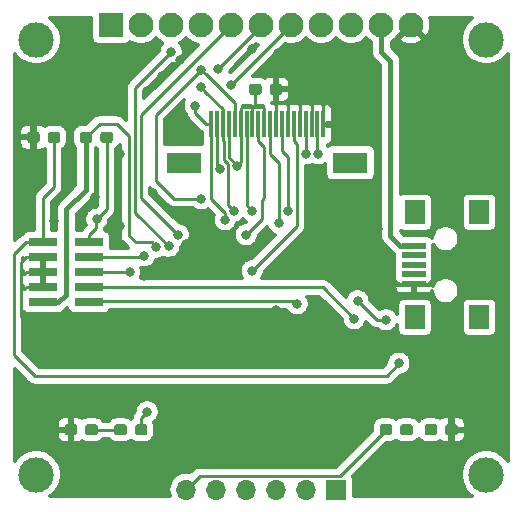
<source format=gbr>
G04 #@! TF.GenerationSoftware,KiCad,Pcbnew,5.0.1+dfsg1-2*
G04 #@! TF.CreationDate,2019-04-05T14:38:43+02:00*
G04 #@! TF.ProjectId,oled-controller,6F6C65642D636F6E74726F6C6C65722E,rev?*
G04 #@! TF.SameCoordinates,Original*
G04 #@! TF.FileFunction,Copper,L2,Bot,Signal*
G04 #@! TF.FilePolarity,Positive*
%FSLAX46Y46*%
G04 Gerber Fmt 4.6, Leading zero omitted, Abs format (unit mm)*
G04 Created by KiCad (PCBNEW 5.0.1+dfsg1-2) date Fr 05 Apr 2019 14:38:43 CEST*
%MOMM*%
%LPD*%
G01*
G04 APERTURE LIST*
G04 #@! TA.AperFunction,ComponentPad*
%ADD10C,3.000000*%
G04 #@! TD*
G04 #@! TA.AperFunction,ComponentPad*
%ADD11R,2.100000X2.100000*%
G04 #@! TD*
G04 #@! TA.AperFunction,ComponentPad*
%ADD12C,2.100000*%
G04 #@! TD*
G04 #@! TA.AperFunction,Conductor*
%ADD13C,0.100000*%
G04 #@! TD*
G04 #@! TA.AperFunction,SMDPad,CuDef*
%ADD14C,0.950000*%
G04 #@! TD*
G04 #@! TA.AperFunction,SMDPad,CuDef*
%ADD15R,2.000000X0.500000*%
G04 #@! TD*
G04 #@! TA.AperFunction,SMDPad,CuDef*
%ADD16R,1.700000X2.000000*%
G04 #@! TD*
G04 #@! TA.AperFunction,SMDPad,CuDef*
%ADD17R,3.000000X1.800000*%
G04 #@! TD*
G04 #@! TA.AperFunction,SMDPad,CuDef*
%ADD18R,0.300000X2.300000*%
G04 #@! TD*
G04 #@! TA.AperFunction,SMDPad,CuDef*
%ADD19R,2.400000X0.740000*%
G04 #@! TD*
G04 #@! TA.AperFunction,ComponentPad*
%ADD20R,1.700000X1.700000*%
G04 #@! TD*
G04 #@! TA.AperFunction,ComponentPad*
%ADD21O,1.700000X1.700000*%
G04 #@! TD*
G04 #@! TA.AperFunction,ViaPad*
%ADD22C,0.800000*%
G04 #@! TD*
G04 #@! TA.AperFunction,Conductor*
%ADD23C,0.250000*%
G04 #@! TD*
G04 #@! TA.AperFunction,Conductor*
%ADD24C,0.450000*%
G04 #@! TD*
G04 #@! TA.AperFunction,Conductor*
%ADD25C,0.300000*%
G04 #@! TD*
G04 APERTURE END LIST*
D10*
G04 #@! TO.P,J3,M2*
G04 #@! TO.N,N/C*
X186690000Y-63500000D03*
G04 #@! TO.P,J3,M1*
X148590000Y-63500000D03*
G04 #@! TO.P,J3,M3*
X186690000Y-100330000D03*
G04 #@! TO.P,J3,M4*
X148590000Y-100330000D03*
D11*
G04 #@! TO.P,J3,1*
G04 #@! TO.N,/MASTER_SPI_MOSI*
X154940000Y-62230000D03*
D12*
G04 #@! TO.P,J3,2*
G04 #@! TO.N,/MASTER_SPI_SCLK*
X157480000Y-62230000D03*
G04 #@! TO.P,J3,6*
G04 #@! TO.N,/nCS_SD*
X167640000Y-62230000D03*
G04 #@! TO.P,J3,7*
G04 #@! TO.N,/MASTER_SPI_MISO*
X170180000Y-62230000D03*
G04 #@! TO.P,J3,8*
G04 #@! TO.N,/SD_CD*
X172720000Y-62230000D03*
G04 #@! TO.P,J3,9*
G04 #@! TO.N,+3V3*
X175260000Y-62230000D03*
G04 #@! TO.P,J3,10*
G04 #@! TO.N,VBUS*
X177800000Y-62230000D03*
G04 #@! TO.P,J3,3*
G04 #@! TO.N,/OLED_DC*
X160020000Y-62230000D03*
G04 #@! TO.P,J3,4*
G04 #@! TO.N,/OLED_RESET*
X162560000Y-62230000D03*
G04 #@! TO.P,J3,5*
G04 #@! TO.N,/nCS_OLED*
X165100000Y-62230000D03*
G04 #@! TO.P,J3,11*
G04 #@! TO.N,GND*
X180340000Y-62230000D03*
G04 #@! TD*
D13*
G04 #@! TO.N,GND*
G04 #@! TO.C,D2*
G36*
X151835779Y-96046144D02*
X151858834Y-96049563D01*
X151881443Y-96055227D01*
X151903387Y-96063079D01*
X151924457Y-96073044D01*
X151944448Y-96085026D01*
X151963168Y-96098910D01*
X151980438Y-96114562D01*
X151996090Y-96131832D01*
X152009974Y-96150552D01*
X152021956Y-96170543D01*
X152031921Y-96191613D01*
X152039773Y-96213557D01*
X152045437Y-96236166D01*
X152048856Y-96259221D01*
X152050000Y-96282500D01*
X152050000Y-96757500D01*
X152048856Y-96780779D01*
X152045437Y-96803834D01*
X152039773Y-96826443D01*
X152031921Y-96848387D01*
X152021956Y-96869457D01*
X152009974Y-96889448D01*
X151996090Y-96908168D01*
X151980438Y-96925438D01*
X151963168Y-96941090D01*
X151944448Y-96954974D01*
X151924457Y-96966956D01*
X151903387Y-96976921D01*
X151881443Y-96984773D01*
X151858834Y-96990437D01*
X151835779Y-96993856D01*
X151812500Y-96995000D01*
X151237500Y-96995000D01*
X151214221Y-96993856D01*
X151191166Y-96990437D01*
X151168557Y-96984773D01*
X151146613Y-96976921D01*
X151125543Y-96966956D01*
X151105552Y-96954974D01*
X151086832Y-96941090D01*
X151069562Y-96925438D01*
X151053910Y-96908168D01*
X151040026Y-96889448D01*
X151028044Y-96869457D01*
X151018079Y-96848387D01*
X151010227Y-96826443D01*
X151004563Y-96803834D01*
X151001144Y-96780779D01*
X151000000Y-96757500D01*
X151000000Y-96282500D01*
X151001144Y-96259221D01*
X151004563Y-96236166D01*
X151010227Y-96213557D01*
X151018079Y-96191613D01*
X151028044Y-96170543D01*
X151040026Y-96150552D01*
X151053910Y-96131832D01*
X151069562Y-96114562D01*
X151086832Y-96098910D01*
X151105552Y-96085026D01*
X151125543Y-96073044D01*
X151146613Y-96063079D01*
X151168557Y-96055227D01*
X151191166Y-96049563D01*
X151214221Y-96046144D01*
X151237500Y-96045000D01*
X151812500Y-96045000D01*
X151835779Y-96046144D01*
X151835779Y-96046144D01*
G37*
D14*
G04 #@! TD*
G04 #@! TO.P,D2,1*
G04 #@! TO.N,GND*
X151525000Y-96520000D03*
D13*
G04 #@! TO.N,Net-(D2-Pad2)*
G04 #@! TO.C,D2*
G36*
X153585779Y-96046144D02*
X153608834Y-96049563D01*
X153631443Y-96055227D01*
X153653387Y-96063079D01*
X153674457Y-96073044D01*
X153694448Y-96085026D01*
X153713168Y-96098910D01*
X153730438Y-96114562D01*
X153746090Y-96131832D01*
X153759974Y-96150552D01*
X153771956Y-96170543D01*
X153781921Y-96191613D01*
X153789773Y-96213557D01*
X153795437Y-96236166D01*
X153798856Y-96259221D01*
X153800000Y-96282500D01*
X153800000Y-96757500D01*
X153798856Y-96780779D01*
X153795437Y-96803834D01*
X153789773Y-96826443D01*
X153781921Y-96848387D01*
X153771956Y-96869457D01*
X153759974Y-96889448D01*
X153746090Y-96908168D01*
X153730438Y-96925438D01*
X153713168Y-96941090D01*
X153694448Y-96954974D01*
X153674457Y-96966956D01*
X153653387Y-96976921D01*
X153631443Y-96984773D01*
X153608834Y-96990437D01*
X153585779Y-96993856D01*
X153562500Y-96995000D01*
X152987500Y-96995000D01*
X152964221Y-96993856D01*
X152941166Y-96990437D01*
X152918557Y-96984773D01*
X152896613Y-96976921D01*
X152875543Y-96966956D01*
X152855552Y-96954974D01*
X152836832Y-96941090D01*
X152819562Y-96925438D01*
X152803910Y-96908168D01*
X152790026Y-96889448D01*
X152778044Y-96869457D01*
X152768079Y-96848387D01*
X152760227Y-96826443D01*
X152754563Y-96803834D01*
X152751144Y-96780779D01*
X152750000Y-96757500D01*
X152750000Y-96282500D01*
X152751144Y-96259221D01*
X152754563Y-96236166D01*
X152760227Y-96213557D01*
X152768079Y-96191613D01*
X152778044Y-96170543D01*
X152790026Y-96150552D01*
X152803910Y-96131832D01*
X152819562Y-96114562D01*
X152836832Y-96098910D01*
X152855552Y-96085026D01*
X152875543Y-96073044D01*
X152896613Y-96063079D01*
X152918557Y-96055227D01*
X152941166Y-96049563D01*
X152964221Y-96046144D01*
X152987500Y-96045000D01*
X153562500Y-96045000D01*
X153585779Y-96046144D01*
X153585779Y-96046144D01*
G37*
D14*
G04 #@! TD*
G04 #@! TO.P,D2,2*
G04 #@! TO.N,Net-(D2-Pad2)*
X153275000Y-96520000D03*
D13*
G04 #@! TO.N,Net-(D2-Pad2)*
G04 #@! TO.C,R4*
G36*
X156040779Y-96046144D02*
X156063834Y-96049563D01*
X156086443Y-96055227D01*
X156108387Y-96063079D01*
X156129457Y-96073044D01*
X156149448Y-96085026D01*
X156168168Y-96098910D01*
X156185438Y-96114562D01*
X156201090Y-96131832D01*
X156214974Y-96150552D01*
X156226956Y-96170543D01*
X156236921Y-96191613D01*
X156244773Y-96213557D01*
X156250437Y-96236166D01*
X156253856Y-96259221D01*
X156255000Y-96282500D01*
X156255000Y-96757500D01*
X156253856Y-96780779D01*
X156250437Y-96803834D01*
X156244773Y-96826443D01*
X156236921Y-96848387D01*
X156226956Y-96869457D01*
X156214974Y-96889448D01*
X156201090Y-96908168D01*
X156185438Y-96925438D01*
X156168168Y-96941090D01*
X156149448Y-96954974D01*
X156129457Y-96966956D01*
X156108387Y-96976921D01*
X156086443Y-96984773D01*
X156063834Y-96990437D01*
X156040779Y-96993856D01*
X156017500Y-96995000D01*
X155442500Y-96995000D01*
X155419221Y-96993856D01*
X155396166Y-96990437D01*
X155373557Y-96984773D01*
X155351613Y-96976921D01*
X155330543Y-96966956D01*
X155310552Y-96954974D01*
X155291832Y-96941090D01*
X155274562Y-96925438D01*
X155258910Y-96908168D01*
X155245026Y-96889448D01*
X155233044Y-96869457D01*
X155223079Y-96848387D01*
X155215227Y-96826443D01*
X155209563Y-96803834D01*
X155206144Y-96780779D01*
X155205000Y-96757500D01*
X155205000Y-96282500D01*
X155206144Y-96259221D01*
X155209563Y-96236166D01*
X155215227Y-96213557D01*
X155223079Y-96191613D01*
X155233044Y-96170543D01*
X155245026Y-96150552D01*
X155258910Y-96131832D01*
X155274562Y-96114562D01*
X155291832Y-96098910D01*
X155310552Y-96085026D01*
X155330543Y-96073044D01*
X155351613Y-96063079D01*
X155373557Y-96055227D01*
X155396166Y-96049563D01*
X155419221Y-96046144D01*
X155442500Y-96045000D01*
X156017500Y-96045000D01*
X156040779Y-96046144D01*
X156040779Y-96046144D01*
G37*
D14*
G04 #@! TD*
G04 #@! TO.P,R4,1*
G04 #@! TO.N,Net-(D2-Pad2)*
X155730000Y-96520000D03*
D13*
G04 #@! TO.N,/Blinky*
G04 #@! TO.C,R4*
G36*
X157790779Y-96046144D02*
X157813834Y-96049563D01*
X157836443Y-96055227D01*
X157858387Y-96063079D01*
X157879457Y-96073044D01*
X157899448Y-96085026D01*
X157918168Y-96098910D01*
X157935438Y-96114562D01*
X157951090Y-96131832D01*
X157964974Y-96150552D01*
X157976956Y-96170543D01*
X157986921Y-96191613D01*
X157994773Y-96213557D01*
X158000437Y-96236166D01*
X158003856Y-96259221D01*
X158005000Y-96282500D01*
X158005000Y-96757500D01*
X158003856Y-96780779D01*
X158000437Y-96803834D01*
X157994773Y-96826443D01*
X157986921Y-96848387D01*
X157976956Y-96869457D01*
X157964974Y-96889448D01*
X157951090Y-96908168D01*
X157935438Y-96925438D01*
X157918168Y-96941090D01*
X157899448Y-96954974D01*
X157879457Y-96966956D01*
X157858387Y-96976921D01*
X157836443Y-96984773D01*
X157813834Y-96990437D01*
X157790779Y-96993856D01*
X157767500Y-96995000D01*
X157192500Y-96995000D01*
X157169221Y-96993856D01*
X157146166Y-96990437D01*
X157123557Y-96984773D01*
X157101613Y-96976921D01*
X157080543Y-96966956D01*
X157060552Y-96954974D01*
X157041832Y-96941090D01*
X157024562Y-96925438D01*
X157008910Y-96908168D01*
X156995026Y-96889448D01*
X156983044Y-96869457D01*
X156973079Y-96848387D01*
X156965227Y-96826443D01*
X156959563Y-96803834D01*
X156956144Y-96780779D01*
X156955000Y-96757500D01*
X156955000Y-96282500D01*
X156956144Y-96259221D01*
X156959563Y-96236166D01*
X156965227Y-96213557D01*
X156973079Y-96191613D01*
X156983044Y-96170543D01*
X156995026Y-96150552D01*
X157008910Y-96131832D01*
X157024562Y-96114562D01*
X157041832Y-96098910D01*
X157060552Y-96085026D01*
X157080543Y-96073044D01*
X157101613Y-96063079D01*
X157123557Y-96055227D01*
X157146166Y-96049563D01*
X157169221Y-96046144D01*
X157192500Y-96045000D01*
X157767500Y-96045000D01*
X157790779Y-96046144D01*
X157790779Y-96046144D01*
G37*
D14*
G04 #@! TD*
G04 #@! TO.P,R4,2*
G04 #@! TO.N,/Blinky*
X157480000Y-96520000D03*
D13*
G04 #@! TO.N,+3V3*
G04 #@! TO.C,C4*
G36*
X167456779Y-67217144D02*
X167479834Y-67220563D01*
X167502443Y-67226227D01*
X167524387Y-67234079D01*
X167545457Y-67244044D01*
X167565448Y-67256026D01*
X167584168Y-67269910D01*
X167601438Y-67285562D01*
X167617090Y-67302832D01*
X167630974Y-67321552D01*
X167642956Y-67341543D01*
X167652921Y-67362613D01*
X167660773Y-67384557D01*
X167666437Y-67407166D01*
X167669856Y-67430221D01*
X167671000Y-67453500D01*
X167671000Y-67928500D01*
X167669856Y-67951779D01*
X167666437Y-67974834D01*
X167660773Y-67997443D01*
X167652921Y-68019387D01*
X167642956Y-68040457D01*
X167630974Y-68060448D01*
X167617090Y-68079168D01*
X167601438Y-68096438D01*
X167584168Y-68112090D01*
X167565448Y-68125974D01*
X167545457Y-68137956D01*
X167524387Y-68147921D01*
X167502443Y-68155773D01*
X167479834Y-68161437D01*
X167456779Y-68164856D01*
X167433500Y-68166000D01*
X166858500Y-68166000D01*
X166835221Y-68164856D01*
X166812166Y-68161437D01*
X166789557Y-68155773D01*
X166767613Y-68147921D01*
X166746543Y-68137956D01*
X166726552Y-68125974D01*
X166707832Y-68112090D01*
X166690562Y-68096438D01*
X166674910Y-68079168D01*
X166661026Y-68060448D01*
X166649044Y-68040457D01*
X166639079Y-68019387D01*
X166631227Y-67997443D01*
X166625563Y-67974834D01*
X166622144Y-67951779D01*
X166621000Y-67928500D01*
X166621000Y-67453500D01*
X166622144Y-67430221D01*
X166625563Y-67407166D01*
X166631227Y-67384557D01*
X166639079Y-67362613D01*
X166649044Y-67341543D01*
X166661026Y-67321552D01*
X166674910Y-67302832D01*
X166690562Y-67285562D01*
X166707832Y-67269910D01*
X166726552Y-67256026D01*
X166746543Y-67244044D01*
X166767613Y-67234079D01*
X166789557Y-67226227D01*
X166812166Y-67220563D01*
X166835221Y-67217144D01*
X166858500Y-67216000D01*
X167433500Y-67216000D01*
X167456779Y-67217144D01*
X167456779Y-67217144D01*
G37*
D14*
G04 #@! TD*
G04 #@! TO.P,C4,1*
G04 #@! TO.N,+3V3*
X167146000Y-67691000D03*
D13*
G04 #@! TO.N,GND*
G04 #@! TO.C,C4*
G36*
X169206779Y-67217144D02*
X169229834Y-67220563D01*
X169252443Y-67226227D01*
X169274387Y-67234079D01*
X169295457Y-67244044D01*
X169315448Y-67256026D01*
X169334168Y-67269910D01*
X169351438Y-67285562D01*
X169367090Y-67302832D01*
X169380974Y-67321552D01*
X169392956Y-67341543D01*
X169402921Y-67362613D01*
X169410773Y-67384557D01*
X169416437Y-67407166D01*
X169419856Y-67430221D01*
X169421000Y-67453500D01*
X169421000Y-67928500D01*
X169419856Y-67951779D01*
X169416437Y-67974834D01*
X169410773Y-67997443D01*
X169402921Y-68019387D01*
X169392956Y-68040457D01*
X169380974Y-68060448D01*
X169367090Y-68079168D01*
X169351438Y-68096438D01*
X169334168Y-68112090D01*
X169315448Y-68125974D01*
X169295457Y-68137956D01*
X169274387Y-68147921D01*
X169252443Y-68155773D01*
X169229834Y-68161437D01*
X169206779Y-68164856D01*
X169183500Y-68166000D01*
X168608500Y-68166000D01*
X168585221Y-68164856D01*
X168562166Y-68161437D01*
X168539557Y-68155773D01*
X168517613Y-68147921D01*
X168496543Y-68137956D01*
X168476552Y-68125974D01*
X168457832Y-68112090D01*
X168440562Y-68096438D01*
X168424910Y-68079168D01*
X168411026Y-68060448D01*
X168399044Y-68040457D01*
X168389079Y-68019387D01*
X168381227Y-67997443D01*
X168375563Y-67974834D01*
X168372144Y-67951779D01*
X168371000Y-67928500D01*
X168371000Y-67453500D01*
X168372144Y-67430221D01*
X168375563Y-67407166D01*
X168381227Y-67384557D01*
X168389079Y-67362613D01*
X168399044Y-67341543D01*
X168411026Y-67321552D01*
X168424910Y-67302832D01*
X168440562Y-67285562D01*
X168457832Y-67269910D01*
X168476552Y-67256026D01*
X168496543Y-67244044D01*
X168517613Y-67234079D01*
X168539557Y-67226227D01*
X168562166Y-67220563D01*
X168585221Y-67217144D01*
X168608500Y-67216000D01*
X169183500Y-67216000D01*
X169206779Y-67217144D01*
X169206779Y-67217144D01*
G37*
D14*
G04 #@! TD*
G04 #@! TO.P,C4,2*
G04 #@! TO.N,GND*
X168896000Y-67691000D03*
D13*
G04 #@! TO.N,GND*
G04 #@! TO.C,D1*
G36*
X184065779Y-96046144D02*
X184088834Y-96049563D01*
X184111443Y-96055227D01*
X184133387Y-96063079D01*
X184154457Y-96073044D01*
X184174448Y-96085026D01*
X184193168Y-96098910D01*
X184210438Y-96114562D01*
X184226090Y-96131832D01*
X184239974Y-96150552D01*
X184251956Y-96170543D01*
X184261921Y-96191613D01*
X184269773Y-96213557D01*
X184275437Y-96236166D01*
X184278856Y-96259221D01*
X184280000Y-96282500D01*
X184280000Y-96757500D01*
X184278856Y-96780779D01*
X184275437Y-96803834D01*
X184269773Y-96826443D01*
X184261921Y-96848387D01*
X184251956Y-96869457D01*
X184239974Y-96889448D01*
X184226090Y-96908168D01*
X184210438Y-96925438D01*
X184193168Y-96941090D01*
X184174448Y-96954974D01*
X184154457Y-96966956D01*
X184133387Y-96976921D01*
X184111443Y-96984773D01*
X184088834Y-96990437D01*
X184065779Y-96993856D01*
X184042500Y-96995000D01*
X183467500Y-96995000D01*
X183444221Y-96993856D01*
X183421166Y-96990437D01*
X183398557Y-96984773D01*
X183376613Y-96976921D01*
X183355543Y-96966956D01*
X183335552Y-96954974D01*
X183316832Y-96941090D01*
X183299562Y-96925438D01*
X183283910Y-96908168D01*
X183270026Y-96889448D01*
X183258044Y-96869457D01*
X183248079Y-96848387D01*
X183240227Y-96826443D01*
X183234563Y-96803834D01*
X183231144Y-96780779D01*
X183230000Y-96757500D01*
X183230000Y-96282500D01*
X183231144Y-96259221D01*
X183234563Y-96236166D01*
X183240227Y-96213557D01*
X183248079Y-96191613D01*
X183258044Y-96170543D01*
X183270026Y-96150552D01*
X183283910Y-96131832D01*
X183299562Y-96114562D01*
X183316832Y-96098910D01*
X183335552Y-96085026D01*
X183355543Y-96073044D01*
X183376613Y-96063079D01*
X183398557Y-96055227D01*
X183421166Y-96049563D01*
X183444221Y-96046144D01*
X183467500Y-96045000D01*
X184042500Y-96045000D01*
X184065779Y-96046144D01*
X184065779Y-96046144D01*
G37*
D14*
G04 #@! TD*
G04 #@! TO.P,D1,1*
G04 #@! TO.N,GND*
X183755000Y-96520000D03*
D13*
G04 #@! TO.N,Net-(D1-Pad2)*
G04 #@! TO.C,D1*
G36*
X182315779Y-96046144D02*
X182338834Y-96049563D01*
X182361443Y-96055227D01*
X182383387Y-96063079D01*
X182404457Y-96073044D01*
X182424448Y-96085026D01*
X182443168Y-96098910D01*
X182460438Y-96114562D01*
X182476090Y-96131832D01*
X182489974Y-96150552D01*
X182501956Y-96170543D01*
X182511921Y-96191613D01*
X182519773Y-96213557D01*
X182525437Y-96236166D01*
X182528856Y-96259221D01*
X182530000Y-96282500D01*
X182530000Y-96757500D01*
X182528856Y-96780779D01*
X182525437Y-96803834D01*
X182519773Y-96826443D01*
X182511921Y-96848387D01*
X182501956Y-96869457D01*
X182489974Y-96889448D01*
X182476090Y-96908168D01*
X182460438Y-96925438D01*
X182443168Y-96941090D01*
X182424448Y-96954974D01*
X182404457Y-96966956D01*
X182383387Y-96976921D01*
X182361443Y-96984773D01*
X182338834Y-96990437D01*
X182315779Y-96993856D01*
X182292500Y-96995000D01*
X181717500Y-96995000D01*
X181694221Y-96993856D01*
X181671166Y-96990437D01*
X181648557Y-96984773D01*
X181626613Y-96976921D01*
X181605543Y-96966956D01*
X181585552Y-96954974D01*
X181566832Y-96941090D01*
X181549562Y-96925438D01*
X181533910Y-96908168D01*
X181520026Y-96889448D01*
X181508044Y-96869457D01*
X181498079Y-96848387D01*
X181490227Y-96826443D01*
X181484563Y-96803834D01*
X181481144Y-96780779D01*
X181480000Y-96757500D01*
X181480000Y-96282500D01*
X181481144Y-96259221D01*
X181484563Y-96236166D01*
X181490227Y-96213557D01*
X181498079Y-96191613D01*
X181508044Y-96170543D01*
X181520026Y-96150552D01*
X181533910Y-96131832D01*
X181549562Y-96114562D01*
X181566832Y-96098910D01*
X181585552Y-96085026D01*
X181605543Y-96073044D01*
X181626613Y-96063079D01*
X181648557Y-96055227D01*
X181671166Y-96049563D01*
X181694221Y-96046144D01*
X181717500Y-96045000D01*
X182292500Y-96045000D01*
X182315779Y-96046144D01*
X182315779Y-96046144D01*
G37*
D14*
G04 #@! TD*
G04 #@! TO.P,D1,2*
G04 #@! TO.N,Net-(D1-Pad2)*
X182005000Y-96520000D03*
D13*
G04 #@! TO.N,Net-(D1-Pad2)*
G04 #@! TO.C,R3*
G36*
X180255779Y-96046144D02*
X180278834Y-96049563D01*
X180301443Y-96055227D01*
X180323387Y-96063079D01*
X180344457Y-96073044D01*
X180364448Y-96085026D01*
X180383168Y-96098910D01*
X180400438Y-96114562D01*
X180416090Y-96131832D01*
X180429974Y-96150552D01*
X180441956Y-96170543D01*
X180451921Y-96191613D01*
X180459773Y-96213557D01*
X180465437Y-96236166D01*
X180468856Y-96259221D01*
X180470000Y-96282500D01*
X180470000Y-96757500D01*
X180468856Y-96780779D01*
X180465437Y-96803834D01*
X180459773Y-96826443D01*
X180451921Y-96848387D01*
X180441956Y-96869457D01*
X180429974Y-96889448D01*
X180416090Y-96908168D01*
X180400438Y-96925438D01*
X180383168Y-96941090D01*
X180364448Y-96954974D01*
X180344457Y-96966956D01*
X180323387Y-96976921D01*
X180301443Y-96984773D01*
X180278834Y-96990437D01*
X180255779Y-96993856D01*
X180232500Y-96995000D01*
X179657500Y-96995000D01*
X179634221Y-96993856D01*
X179611166Y-96990437D01*
X179588557Y-96984773D01*
X179566613Y-96976921D01*
X179545543Y-96966956D01*
X179525552Y-96954974D01*
X179506832Y-96941090D01*
X179489562Y-96925438D01*
X179473910Y-96908168D01*
X179460026Y-96889448D01*
X179448044Y-96869457D01*
X179438079Y-96848387D01*
X179430227Y-96826443D01*
X179424563Y-96803834D01*
X179421144Y-96780779D01*
X179420000Y-96757500D01*
X179420000Y-96282500D01*
X179421144Y-96259221D01*
X179424563Y-96236166D01*
X179430227Y-96213557D01*
X179438079Y-96191613D01*
X179448044Y-96170543D01*
X179460026Y-96150552D01*
X179473910Y-96131832D01*
X179489562Y-96114562D01*
X179506832Y-96098910D01*
X179525552Y-96085026D01*
X179545543Y-96073044D01*
X179566613Y-96063079D01*
X179588557Y-96055227D01*
X179611166Y-96049563D01*
X179634221Y-96046144D01*
X179657500Y-96045000D01*
X180232500Y-96045000D01*
X180255779Y-96046144D01*
X180255779Y-96046144D01*
G37*
D14*
G04 #@! TD*
G04 #@! TO.P,R3,1*
G04 #@! TO.N,Net-(D1-Pad2)*
X179945000Y-96520000D03*
D13*
G04 #@! TO.N,+3V3*
G04 #@! TO.C,R3*
G36*
X178505779Y-96046144D02*
X178528834Y-96049563D01*
X178551443Y-96055227D01*
X178573387Y-96063079D01*
X178594457Y-96073044D01*
X178614448Y-96085026D01*
X178633168Y-96098910D01*
X178650438Y-96114562D01*
X178666090Y-96131832D01*
X178679974Y-96150552D01*
X178691956Y-96170543D01*
X178701921Y-96191613D01*
X178709773Y-96213557D01*
X178715437Y-96236166D01*
X178718856Y-96259221D01*
X178720000Y-96282500D01*
X178720000Y-96757500D01*
X178718856Y-96780779D01*
X178715437Y-96803834D01*
X178709773Y-96826443D01*
X178701921Y-96848387D01*
X178691956Y-96869457D01*
X178679974Y-96889448D01*
X178666090Y-96908168D01*
X178650438Y-96925438D01*
X178633168Y-96941090D01*
X178614448Y-96954974D01*
X178594457Y-96966956D01*
X178573387Y-96976921D01*
X178551443Y-96984773D01*
X178528834Y-96990437D01*
X178505779Y-96993856D01*
X178482500Y-96995000D01*
X177907500Y-96995000D01*
X177884221Y-96993856D01*
X177861166Y-96990437D01*
X177838557Y-96984773D01*
X177816613Y-96976921D01*
X177795543Y-96966956D01*
X177775552Y-96954974D01*
X177756832Y-96941090D01*
X177739562Y-96925438D01*
X177723910Y-96908168D01*
X177710026Y-96889448D01*
X177698044Y-96869457D01*
X177688079Y-96848387D01*
X177680227Y-96826443D01*
X177674563Y-96803834D01*
X177671144Y-96780779D01*
X177670000Y-96757500D01*
X177670000Y-96282500D01*
X177671144Y-96259221D01*
X177674563Y-96236166D01*
X177680227Y-96213557D01*
X177688079Y-96191613D01*
X177698044Y-96170543D01*
X177710026Y-96150552D01*
X177723910Y-96131832D01*
X177739562Y-96114562D01*
X177756832Y-96098910D01*
X177775552Y-96085026D01*
X177795543Y-96073044D01*
X177816613Y-96063079D01*
X177838557Y-96055227D01*
X177861166Y-96049563D01*
X177884221Y-96046144D01*
X177907500Y-96045000D01*
X178482500Y-96045000D01*
X178505779Y-96046144D01*
X178505779Y-96046144D01*
G37*
D14*
G04 #@! TD*
G04 #@! TO.P,R3,2*
G04 #@! TO.N,+3V3*
X178195000Y-96520000D03*
D15*
G04 #@! TO.P,J5,1*
G04 #@! TO.N,VBUS*
X180561000Y-80950000D03*
G04 #@! TO.P,J5,2*
G04 #@! TO.N,Net-(J5-Pad2)*
X180561000Y-81750000D03*
G04 #@! TO.P,J5,3*
G04 #@! TO.N,Net-(J5-Pad3)*
X180561000Y-82550000D03*
G04 #@! TO.P,J5,4*
G04 #@! TO.N,Net-(J5-Pad4)*
X180561000Y-83350000D03*
G04 #@! TO.P,J5,5*
G04 #@! TO.N,GND*
X180561000Y-84150000D03*
D16*
G04 #@! TO.P,J5,6*
G04 #@! TO.N,Net-(J5-Pad6)*
X180661000Y-78100000D03*
X186111000Y-78100000D03*
X180661000Y-87000000D03*
X186111000Y-87000000D03*
G04 #@! TD*
D17*
G04 #@! TO.P,J1,MP*
G04 #@! TO.N,N/C*
X161098000Y-73914000D03*
D18*
G04 #@! TO.P,J1,20*
G04 #@! TO.N,/MASTER_SPI_MISO*
X163398000Y-70664000D03*
G04 #@! TO.P,J1,19*
G04 #@! TO.N,+3V3*
X163898000Y-70664000D03*
G04 #@! TO.P,J1,18*
G04 #@! TO.N,/MASTER_SPI_MOSI*
X164398000Y-70664000D03*
G04 #@! TO.P,J1,17*
G04 #@! TO.N,+3V3*
X164898000Y-70664000D03*
G04 #@! TO.P,J1,16*
G04 #@! TO.N,/MASTER_SPI_SCLK*
X165398000Y-70664000D03*
G04 #@! TO.P,J1,15*
G04 #@! TO.N,+3V3*
X165898000Y-70664000D03*
G04 #@! TO.P,J1,14*
G04 #@! TO.N,/MASTER_SPI_nCS2*
X166398000Y-70664000D03*
G04 #@! TO.P,J1,13*
G04 #@! TO.N,+3V3*
X166898000Y-70664000D03*
G04 #@! TO.P,J1,12*
G04 #@! TO.N,/MASTER_SPI_nCS1*
X167398000Y-70664000D03*
G04 #@! TO.P,J1,11*
G04 #@! TO.N,+3V3*
X167898000Y-70664000D03*
G04 #@! TO.P,J1,10*
G04 #@! TO.N,/SLAVE_SPI_MISO*
X168398000Y-70664000D03*
G04 #@! TO.P,J1,9*
G04 #@! TO.N,GND*
X168898000Y-70664000D03*
G04 #@! TO.P,J1,8*
G04 #@! TO.N,/SLAVE_SPI_MOSI*
X169398000Y-70664000D03*
G04 #@! TO.P,J1,7*
G04 #@! TO.N,GND*
X169898000Y-70664000D03*
G04 #@! TO.P,J1,6*
G04 #@! TO.N,/SLAVE_SPI_SCLK*
X170398000Y-70664000D03*
G04 #@! TO.P,J1,5*
G04 #@! TO.N,GND*
X170898000Y-70664000D03*
G04 #@! TO.P,J1,4*
G04 #@! TO.N,/SLAVE_SPI_nCS2*
X171398000Y-70664000D03*
G04 #@! TO.P,J1,3*
G04 #@! TO.N,GND*
X171898000Y-70664000D03*
G04 #@! TO.P,J1,2*
G04 #@! TO.N,/SLAVE_SPI_nCS1*
X172398000Y-70664000D03*
G04 #@! TO.P,J1,1*
G04 #@! TO.N,GND*
X172898000Y-70664000D03*
D17*
G04 #@! TO.P,J1,MP*
G04 #@! TO.N,N/C*
X175198000Y-73914000D03*
G04 #@! TD*
D13*
G04 #@! TO.N,/Microcontroller/nRST*
G04 #@! TO.C,R2*
G36*
X154855779Y-71281144D02*
X154878834Y-71284563D01*
X154901443Y-71290227D01*
X154923387Y-71298079D01*
X154944457Y-71308044D01*
X154964448Y-71320026D01*
X154983168Y-71333910D01*
X155000438Y-71349562D01*
X155016090Y-71366832D01*
X155029974Y-71385552D01*
X155041956Y-71405543D01*
X155051921Y-71426613D01*
X155059773Y-71448557D01*
X155065437Y-71471166D01*
X155068856Y-71494221D01*
X155070000Y-71517500D01*
X155070000Y-71992500D01*
X155068856Y-72015779D01*
X155065437Y-72038834D01*
X155059773Y-72061443D01*
X155051921Y-72083387D01*
X155041956Y-72104457D01*
X155029974Y-72124448D01*
X155016090Y-72143168D01*
X155000438Y-72160438D01*
X154983168Y-72176090D01*
X154964448Y-72189974D01*
X154944457Y-72201956D01*
X154923387Y-72211921D01*
X154901443Y-72219773D01*
X154878834Y-72225437D01*
X154855779Y-72228856D01*
X154832500Y-72230000D01*
X154257500Y-72230000D01*
X154234221Y-72228856D01*
X154211166Y-72225437D01*
X154188557Y-72219773D01*
X154166613Y-72211921D01*
X154145543Y-72201956D01*
X154125552Y-72189974D01*
X154106832Y-72176090D01*
X154089562Y-72160438D01*
X154073910Y-72143168D01*
X154060026Y-72124448D01*
X154048044Y-72104457D01*
X154038079Y-72083387D01*
X154030227Y-72061443D01*
X154024563Y-72038834D01*
X154021144Y-72015779D01*
X154020000Y-71992500D01*
X154020000Y-71517500D01*
X154021144Y-71494221D01*
X154024563Y-71471166D01*
X154030227Y-71448557D01*
X154038079Y-71426613D01*
X154048044Y-71405543D01*
X154060026Y-71385552D01*
X154073910Y-71366832D01*
X154089562Y-71349562D01*
X154106832Y-71333910D01*
X154125552Y-71320026D01*
X154145543Y-71308044D01*
X154166613Y-71298079D01*
X154188557Y-71290227D01*
X154211166Y-71284563D01*
X154234221Y-71281144D01*
X154257500Y-71280000D01*
X154832500Y-71280000D01*
X154855779Y-71281144D01*
X154855779Y-71281144D01*
G37*
D14*
G04 #@! TD*
G04 #@! TO.P,R2,1*
G04 #@! TO.N,/Microcontroller/nRST*
X154545000Y-71755000D03*
D13*
G04 #@! TO.N,+3V3*
G04 #@! TO.C,R2*
G36*
X153105779Y-71281144D02*
X153128834Y-71284563D01*
X153151443Y-71290227D01*
X153173387Y-71298079D01*
X153194457Y-71308044D01*
X153214448Y-71320026D01*
X153233168Y-71333910D01*
X153250438Y-71349562D01*
X153266090Y-71366832D01*
X153279974Y-71385552D01*
X153291956Y-71405543D01*
X153301921Y-71426613D01*
X153309773Y-71448557D01*
X153315437Y-71471166D01*
X153318856Y-71494221D01*
X153320000Y-71517500D01*
X153320000Y-71992500D01*
X153318856Y-72015779D01*
X153315437Y-72038834D01*
X153309773Y-72061443D01*
X153301921Y-72083387D01*
X153291956Y-72104457D01*
X153279974Y-72124448D01*
X153266090Y-72143168D01*
X153250438Y-72160438D01*
X153233168Y-72176090D01*
X153214448Y-72189974D01*
X153194457Y-72201956D01*
X153173387Y-72211921D01*
X153151443Y-72219773D01*
X153128834Y-72225437D01*
X153105779Y-72228856D01*
X153082500Y-72230000D01*
X152507500Y-72230000D01*
X152484221Y-72228856D01*
X152461166Y-72225437D01*
X152438557Y-72219773D01*
X152416613Y-72211921D01*
X152395543Y-72201956D01*
X152375552Y-72189974D01*
X152356832Y-72176090D01*
X152339562Y-72160438D01*
X152323910Y-72143168D01*
X152310026Y-72124448D01*
X152298044Y-72104457D01*
X152288079Y-72083387D01*
X152280227Y-72061443D01*
X152274563Y-72038834D01*
X152271144Y-72015779D01*
X152270000Y-71992500D01*
X152270000Y-71517500D01*
X152271144Y-71494221D01*
X152274563Y-71471166D01*
X152280227Y-71448557D01*
X152288079Y-71426613D01*
X152298044Y-71405543D01*
X152310026Y-71385552D01*
X152323910Y-71366832D01*
X152339562Y-71349562D01*
X152356832Y-71333910D01*
X152375552Y-71320026D01*
X152395543Y-71308044D01*
X152416613Y-71298079D01*
X152438557Y-71290227D01*
X152461166Y-71284563D01*
X152484221Y-71281144D01*
X152507500Y-71280000D01*
X153082500Y-71280000D01*
X153105779Y-71281144D01*
X153105779Y-71281144D01*
G37*
D14*
G04 #@! TD*
G04 #@! TO.P,R2,2*
G04 #@! TO.N,+3V3*
X152795000Y-71755000D03*
D19*
G04 #@! TO.P,J4,1*
G04 #@! TO.N,+3V3*
X149180000Y-85725000D03*
G04 #@! TO.P,J4,2*
G04 #@! TO.N,/Microcontroller/SWDIO*
X153080000Y-85725000D03*
G04 #@! TO.P,J4,3*
G04 #@! TO.N,GND*
X149180000Y-84455000D03*
G04 #@! TO.P,J4,4*
G04 #@! TO.N,/Microcontroller/SWDCLK*
X153080000Y-84455000D03*
G04 #@! TO.P,J4,5*
G04 #@! TO.N,GND*
X149180000Y-83185000D03*
G04 #@! TO.P,J4,6*
G04 #@! TO.N,/Microcontroller/USART2_TX*
X153080000Y-83185000D03*
G04 #@! TO.P,J4,7*
G04 #@! TO.N,GND*
X149180000Y-81915000D03*
G04 #@! TO.P,J4,8*
G04 #@! TO.N,/Microcontroller/USART2_RX*
X153080000Y-81915000D03*
G04 #@! TO.P,J4,9*
G04 #@! TO.N,/Microcontroller/BOOT0*
X149180000Y-80645000D03*
G04 #@! TO.P,J4,10*
G04 #@! TO.N,/Microcontroller/nRST*
X153080000Y-80645000D03*
G04 #@! TD*
D20*
G04 #@! TO.P,J2,1*
G04 #@! TO.N,/PMOD_nCE*
X173990000Y-101600000D03*
D21*
G04 #@! TO.P,J2,2*
G04 #@! TO.N,/PMOD_nPL*
X171450000Y-101600000D03*
G04 #@! TO.P,J2,3*
G04 #@! TO.N,/PMOD_DOUT*
X168910000Y-101600000D03*
G04 #@! TO.P,J2,4*
G04 #@! TO.N,/PMOD_CLK*
X166370000Y-101600000D03*
G04 #@! TO.P,J2,5*
G04 #@! TO.N,GND*
X163830000Y-101600000D03*
G04 #@! TO.P,J2,6*
G04 #@! TO.N,+3V3*
X161290000Y-101600000D03*
G04 #@! TD*
D13*
G04 #@! TO.N,/Microcontroller/BOOT0*
G04 #@! TO.C,R1*
G36*
X150410779Y-71281144D02*
X150433834Y-71284563D01*
X150456443Y-71290227D01*
X150478387Y-71298079D01*
X150499457Y-71308044D01*
X150519448Y-71320026D01*
X150538168Y-71333910D01*
X150555438Y-71349562D01*
X150571090Y-71366832D01*
X150584974Y-71385552D01*
X150596956Y-71405543D01*
X150606921Y-71426613D01*
X150614773Y-71448557D01*
X150620437Y-71471166D01*
X150623856Y-71494221D01*
X150625000Y-71517500D01*
X150625000Y-71992500D01*
X150623856Y-72015779D01*
X150620437Y-72038834D01*
X150614773Y-72061443D01*
X150606921Y-72083387D01*
X150596956Y-72104457D01*
X150584974Y-72124448D01*
X150571090Y-72143168D01*
X150555438Y-72160438D01*
X150538168Y-72176090D01*
X150519448Y-72189974D01*
X150499457Y-72201956D01*
X150478387Y-72211921D01*
X150456443Y-72219773D01*
X150433834Y-72225437D01*
X150410779Y-72228856D01*
X150387500Y-72230000D01*
X149812500Y-72230000D01*
X149789221Y-72228856D01*
X149766166Y-72225437D01*
X149743557Y-72219773D01*
X149721613Y-72211921D01*
X149700543Y-72201956D01*
X149680552Y-72189974D01*
X149661832Y-72176090D01*
X149644562Y-72160438D01*
X149628910Y-72143168D01*
X149615026Y-72124448D01*
X149603044Y-72104457D01*
X149593079Y-72083387D01*
X149585227Y-72061443D01*
X149579563Y-72038834D01*
X149576144Y-72015779D01*
X149575000Y-71992500D01*
X149575000Y-71517500D01*
X149576144Y-71494221D01*
X149579563Y-71471166D01*
X149585227Y-71448557D01*
X149593079Y-71426613D01*
X149603044Y-71405543D01*
X149615026Y-71385552D01*
X149628910Y-71366832D01*
X149644562Y-71349562D01*
X149661832Y-71333910D01*
X149680552Y-71320026D01*
X149700543Y-71308044D01*
X149721613Y-71298079D01*
X149743557Y-71290227D01*
X149766166Y-71284563D01*
X149789221Y-71281144D01*
X149812500Y-71280000D01*
X150387500Y-71280000D01*
X150410779Y-71281144D01*
X150410779Y-71281144D01*
G37*
D14*
G04 #@! TD*
G04 #@! TO.P,R1,1*
G04 #@! TO.N,/Microcontroller/BOOT0*
X150100000Y-71755000D03*
D13*
G04 #@! TO.N,GND*
G04 #@! TO.C,R1*
G36*
X148660779Y-71281144D02*
X148683834Y-71284563D01*
X148706443Y-71290227D01*
X148728387Y-71298079D01*
X148749457Y-71308044D01*
X148769448Y-71320026D01*
X148788168Y-71333910D01*
X148805438Y-71349562D01*
X148821090Y-71366832D01*
X148834974Y-71385552D01*
X148846956Y-71405543D01*
X148856921Y-71426613D01*
X148864773Y-71448557D01*
X148870437Y-71471166D01*
X148873856Y-71494221D01*
X148875000Y-71517500D01*
X148875000Y-71992500D01*
X148873856Y-72015779D01*
X148870437Y-72038834D01*
X148864773Y-72061443D01*
X148856921Y-72083387D01*
X148846956Y-72104457D01*
X148834974Y-72124448D01*
X148821090Y-72143168D01*
X148805438Y-72160438D01*
X148788168Y-72176090D01*
X148769448Y-72189974D01*
X148749457Y-72201956D01*
X148728387Y-72211921D01*
X148706443Y-72219773D01*
X148683834Y-72225437D01*
X148660779Y-72228856D01*
X148637500Y-72230000D01*
X148062500Y-72230000D01*
X148039221Y-72228856D01*
X148016166Y-72225437D01*
X147993557Y-72219773D01*
X147971613Y-72211921D01*
X147950543Y-72201956D01*
X147930552Y-72189974D01*
X147911832Y-72176090D01*
X147894562Y-72160438D01*
X147878910Y-72143168D01*
X147865026Y-72124448D01*
X147853044Y-72104457D01*
X147843079Y-72083387D01*
X147835227Y-72061443D01*
X147829563Y-72038834D01*
X147826144Y-72015779D01*
X147825000Y-71992500D01*
X147825000Y-71517500D01*
X147826144Y-71494221D01*
X147829563Y-71471166D01*
X147835227Y-71448557D01*
X147843079Y-71426613D01*
X147853044Y-71405543D01*
X147865026Y-71385552D01*
X147878910Y-71366832D01*
X147894562Y-71349562D01*
X147911832Y-71333910D01*
X147930552Y-71320026D01*
X147950543Y-71308044D01*
X147971613Y-71298079D01*
X147993557Y-71290227D01*
X148016166Y-71284563D01*
X148039221Y-71281144D01*
X148062500Y-71280000D01*
X148637500Y-71280000D01*
X148660779Y-71281144D01*
X148660779Y-71281144D01*
G37*
D14*
G04 #@! TD*
G04 #@! TO.P,R1,2*
G04 #@! TO.N,GND*
X148350000Y-71755000D03*
D22*
G04 #@! TO.N,GND*
X160750000Y-65250000D03*
X159258000Y-66548000D03*
X153543000Y-76835000D03*
X160000000Y-82250000D03*
G04 #@! TO.N,/Microcontroller/BOOT0*
X179300000Y-90900000D03*
G04 #@! TO.N,GND*
X169100000Y-64650000D03*
X166878000Y-64262000D03*
X149860000Y-95250000D03*
X184404000Y-91313000D03*
X182880000Y-67310000D03*
X153670000Y-67310000D03*
X172720000Y-66040000D03*
X171450000Y-82550000D03*
X165100000Y-90170000D03*
X148590000Y-88265000D03*
X161250000Y-80772000D03*
X157750000Y-83500000D03*
X160782000Y-71374000D03*
X149860000Y-68834000D03*
X148590000Y-74422000D03*
X147320000Y-79502000D03*
X147574000Y-92710000D03*
X164338000Y-93218000D03*
X155956000Y-90932000D03*
X159766000Y-87884000D03*
X177292000Y-93218000D03*
X172974000Y-95758000D03*
X170434000Y-96774000D03*
X167640000Y-97282000D03*
X171196000Y-80264000D03*
X177292000Y-66040000D03*
X177292000Y-71374000D03*
X177546000Y-79502000D03*
X174498000Y-70612000D03*
X169926000Y-66294000D03*
X174752000Y-64516000D03*
X157226000Y-64516000D03*
X157988000Y-67818000D03*
X158496000Y-76454000D03*
X155702000Y-79248000D03*
X155702000Y-73152000D03*
X173228000Y-87884000D03*
X175006000Y-88392000D03*
X168910000Y-86360000D03*
X150114000Y-78867000D03*
X175641000Y-82423000D03*
X178308000Y-85344000D03*
X164846000Y-98806000D03*
X182880000Y-74930000D03*
X180340000Y-100330000D03*
X154940000Y-100330000D03*
G04 #@! TO.N,+3V3*
X164150000Y-74422000D03*
X165608000Y-74168000D03*
X158750000Y-81050000D03*
G04 #@! TO.N,/Microcontroller/nRST*
X153700000Y-78700000D03*
G04 #@! TO.N,/SLAVE_SPI_nCS1*
X172466000Y-73152000D03*
G04 #@! TO.N,/SLAVE_SPI_nCS2*
X171450000Y-73152000D03*
G04 #@! TO.N,/Microcontroller/USART2_TX*
X156500000Y-83200000D03*
G04 #@! TO.N,/Microcontroller/USART2_RX*
X157700000Y-81800000D03*
G04 #@! TO.N,/MASTER_SPI_SCLK*
X162560000Y-76962000D03*
X162560000Y-66040000D03*
G04 #@! TO.N,/MASTER_SPI_MISO*
X164592000Y-78740000D03*
X165100000Y-67310000D03*
X162052000Y-69088000D03*
G04 #@! TO.N,/MASTER_SPI_MOSI*
X165354000Y-77978000D03*
X165354000Y-77978000D03*
X162504320Y-67498854D03*
G04 #@! TO.N,/MASTER_SPI_nCS1*
X166369982Y-80010000D03*
G04 #@! TO.N,/MASTER_SPI_nCS2*
X166900000Y-78000000D03*
G04 #@! TO.N,/nCS_OLED*
X160600000Y-80000000D03*
X160600000Y-80000000D03*
X160600000Y-80000000D03*
G04 #@! TO.N,/nCS_SD*
X164000000Y-66000000D03*
X164000000Y-66000000D03*
X159800000Y-81000000D03*
X160020000Y-64516000D03*
G04 #@! TO.N,/SLAVE_SPI_SCLK*
X166877996Y-83058004D03*
G04 #@! TO.N,/SLAVE_SPI_MISO*
X169164000Y-78994000D03*
G04 #@! TO.N,/SLAVE_SPI_MOSI*
X169926000Y-77978000D03*
G04 #@! TO.N,/Microcontroller/SWDIO*
X170688000Y-85852000D03*
G04 #@! TO.N,/Microcontroller/SWDCLK*
X175514000Y-87122000D03*
G04 #@! TO.N,/PMOD_nCE*
X175800000Y-85600000D03*
X178199988Y-87200000D03*
G04 #@! TO.N,/Blinky*
X157988000Y-94996000D03*
G04 #@! TD*
D23*
G04 #@! TO.N,/Microcontroller/BOOT0*
X150100000Y-71755000D02*
X150100000Y-75960000D01*
X149180000Y-76880000D02*
X149180000Y-80645000D01*
X150100000Y-75960000D02*
X149180000Y-76880000D01*
X147730000Y-80645000D02*
X146700000Y-81675000D01*
X149180000Y-80645000D02*
X147730000Y-80645000D01*
X146700000Y-81675000D02*
X146700000Y-90200000D01*
X146700000Y-90200000D02*
X148500000Y-92000000D01*
X148500000Y-92000000D02*
X178300000Y-92000000D01*
X178300000Y-92000000D02*
X179300000Y-90900000D01*
X179300000Y-90900000D02*
X179300000Y-91000000D01*
G04 #@! TO.N,GND*
X172898000Y-70664000D02*
X172898000Y-68656000D01*
X171898000Y-70664000D02*
X171898000Y-68640000D01*
X170898000Y-70664000D02*
X170898000Y-68370000D01*
X169898000Y-69980000D02*
X169898000Y-68580000D01*
X168898000Y-70664000D02*
X168898000Y-68592000D01*
X148590000Y-88265000D02*
X148590000Y-88265000D01*
X180561000Y-84150000D02*
X178613000Y-84150000D01*
X181811000Y-84150000D02*
X182372000Y-83589000D01*
X180561000Y-84150000D02*
X181811000Y-84150000D01*
X147320000Y-86995000D02*
X148590000Y-88265000D01*
X147730000Y-81915000D02*
X147320000Y-82325000D01*
X149180000Y-81915000D02*
X147730000Y-81915000D01*
X147603000Y-83312000D02*
X147320000Y-83312000D01*
X149180000Y-83185000D02*
X147730000Y-83185000D01*
X147730000Y-83185000D02*
X147603000Y-83312000D01*
X147320000Y-82325000D02*
X147320000Y-83312000D01*
X147730000Y-84455000D02*
X147603000Y-84582000D01*
X149180000Y-84455000D02*
X147730000Y-84455000D01*
X147603000Y-84582000D02*
X147320000Y-84582000D01*
X147320000Y-83312000D02*
X147320000Y-84582000D01*
X147320000Y-84582000D02*
X147320000Y-86995000D01*
G04 #@! TO.N,+3V3*
X151130000Y-78740000D02*
X151130000Y-78740000D01*
X150010000Y-85725000D02*
X149180000Y-85725000D01*
D24*
X150475000Y-85725000D02*
X150010000Y-85725000D01*
X151130000Y-77865000D02*
X151130000Y-85070000D01*
X152795000Y-71755000D02*
X152795000Y-76200000D01*
X151130000Y-85070000D02*
X150475000Y-85725000D01*
X152795000Y-76200000D02*
X151130000Y-77865000D01*
D23*
X165608000Y-74168000D02*
X165898000Y-73878000D01*
X165898000Y-73878000D02*
X165608000Y-74168000D01*
X165898000Y-70664000D02*
X165898000Y-73878000D01*
X164898000Y-73458000D02*
X165608000Y-74168000D01*
X164898000Y-70664000D02*
X164898000Y-73458000D01*
X163922999Y-74260999D02*
X164084000Y-74422000D01*
X163922999Y-71838999D02*
X163922999Y-74260999D01*
X163898000Y-71814000D02*
X163922999Y-71838999D01*
X163898000Y-70664000D02*
X163898000Y-71814000D01*
X166898000Y-69596000D02*
X166898000Y-69342000D01*
X166898000Y-70664000D02*
X166898000Y-69596000D01*
X165898000Y-69264000D02*
X165898000Y-70664000D01*
X166074000Y-69088000D02*
X165898000Y-69264000D01*
X166898000Y-69264000D02*
X166722000Y-69088000D01*
D24*
X166722000Y-69088000D02*
X166074000Y-69088000D01*
D23*
X166898000Y-69278998D02*
X166898000Y-69596000D01*
X167088998Y-69088000D02*
X166898000Y-69278998D01*
D24*
X167722000Y-69088000D02*
X167088998Y-69088000D01*
D23*
X167898000Y-70664000D02*
X167898000Y-69264000D01*
X167898000Y-69264000D02*
X167722000Y-69088000D01*
X167146000Y-69030998D02*
X167146000Y-67691000D01*
X167088998Y-69088000D02*
X167146000Y-69030998D01*
X162465001Y-100424999D02*
X174290001Y-100424999D01*
X177695928Y-97019072D02*
X178195000Y-96520000D01*
X161290000Y-101600000D02*
X162465001Y-100424999D01*
X174290001Y-100424999D02*
X177695928Y-97019072D01*
X158350001Y-80650001D02*
X157000001Y-80650001D01*
X158750000Y-81050000D02*
X158350001Y-80650001D01*
X156427001Y-80077001D02*
X156427001Y-71627001D01*
X157000001Y-80650001D02*
X156427001Y-80077001D01*
X156427001Y-71627001D02*
X155400000Y-70600000D01*
X153950000Y-70600000D02*
X152795000Y-71755000D01*
X155400000Y-70600000D02*
X153950000Y-70600000D01*
G04 #@! TO.N,/Microcontroller/nRST*
X153670000Y-78740000D02*
X153700000Y-78700000D01*
X153080000Y-80025000D02*
X153080000Y-80645000D01*
X153670000Y-79435000D02*
X153080000Y-80025000D01*
X153670000Y-78740000D02*
X153670000Y-79435000D01*
X154545000Y-71755000D02*
X154545000Y-77865000D01*
X154545000Y-77865000D02*
X153670000Y-78740000D01*
X153700000Y-78700000D02*
X153670000Y-78740000D01*
G04 #@! TO.N,/SLAVE_SPI_nCS1*
X172398000Y-73084000D02*
X172466000Y-73152000D01*
X172398000Y-70664000D02*
X172398000Y-73084000D01*
G04 #@! TO.N,/SLAVE_SPI_nCS2*
X171398000Y-73100000D02*
X171450000Y-73152000D01*
X171398000Y-70664000D02*
X171398000Y-73100000D01*
G04 #@! TO.N,/Microcontroller/USART2_TX*
X156485000Y-83185000D02*
X156500000Y-83200000D01*
X153080000Y-83185000D02*
X156485000Y-83185000D01*
G04 #@! TO.N,/Microcontroller/USART2_RX*
X157585000Y-81915000D02*
X157700000Y-81800000D01*
X153080000Y-81915000D02*
X157585000Y-81915000D01*
G04 #@! TO.N,/MASTER_SPI_SCLK*
X162560000Y-76962000D02*
X162560000Y-76962000D01*
X160274000Y-76962000D02*
X158750000Y-75438000D01*
X165398000Y-68878000D02*
X162959999Y-66439999D01*
X165398000Y-70664000D02*
X165398000Y-68878000D01*
X158750000Y-75438000D02*
X158750000Y-69850000D01*
X162560000Y-76962000D02*
X160274000Y-76962000D01*
X162160001Y-66439999D02*
X162560000Y-66040000D01*
X158750000Y-69850000D02*
X162160001Y-66439999D01*
X162959999Y-66439999D02*
X162560000Y-66040000D01*
G04 #@! TO.N,/MASTER_SPI_MISO*
X163398000Y-72064000D02*
X163398000Y-70664000D01*
X163398000Y-76980315D02*
X163398000Y-72064000D01*
X164592000Y-78174315D02*
X163398000Y-76980315D01*
X164592000Y-78740000D02*
X164592000Y-78174315D01*
X165100000Y-67310000D02*
X165100000Y-67310000D01*
X165499999Y-66910001D02*
X170180000Y-62230000D01*
X165100000Y-67310000D02*
X165499999Y-66910001D01*
X162998000Y-70664000D02*
X162052000Y-69718000D01*
X162052000Y-69718000D02*
X162052000Y-69653685D01*
X163398000Y-70664000D02*
X162998000Y-70664000D01*
X162052000Y-69653685D02*
X162052000Y-69088000D01*
G04 #@! TO.N,/MASTER_SPI_MOSI*
X164846000Y-77470000D02*
X165354000Y-77978000D01*
X164422999Y-70688999D02*
X164422999Y-72074001D01*
X164447990Y-72098992D02*
X164447991Y-73644401D01*
X164398000Y-70664000D02*
X164422999Y-70688999D01*
X164422999Y-72074001D02*
X164447990Y-72098992D01*
X164447991Y-73644401D02*
X164846000Y-74042410D01*
X164846000Y-74042410D02*
X164846000Y-77470000D01*
X164398000Y-70604000D02*
X164398000Y-69392534D01*
X162904319Y-67898853D02*
X162504320Y-67498854D01*
X164398000Y-69392534D02*
X162904319Y-67898853D01*
G04 #@! TO.N,/MASTER_SPI_nCS1*
X167398000Y-72064000D02*
X167398000Y-70664000D01*
X167894000Y-76883000D02*
X167894000Y-72560000D01*
X167894000Y-72560000D02*
X167398000Y-72064000D01*
X167725002Y-77051998D02*
X167894000Y-76883000D01*
X166369982Y-80010000D02*
X167725002Y-78654980D01*
X167725002Y-78654980D02*
X167725002Y-77051998D01*
G04 #@! TO.N,/MASTER_SPI_nCS2*
X166422999Y-77522999D02*
X166900000Y-78000000D01*
X166398000Y-70664000D02*
X166422999Y-70688999D01*
X166422999Y-70688999D02*
X166422999Y-77522999D01*
G04 #@! TO.N,/nCS_OLED*
X157480000Y-69850000D02*
X165100000Y-62230000D01*
X160600000Y-80000000D02*
X157480000Y-76880000D01*
X157480000Y-76880000D02*
X157480000Y-69850000D01*
G04 #@! TO.N,/nCS_SD*
X167640000Y-62360000D02*
X167640000Y-62230000D01*
X164000000Y-66000000D02*
X167640000Y-62360000D01*
X156972000Y-67564000D02*
X159620001Y-64915999D01*
X159620001Y-64915999D02*
X160020000Y-64516000D01*
X156972000Y-78172000D02*
X156972000Y-67564000D01*
X159800000Y-81000000D02*
X156972000Y-78172000D01*
G04 #@! TO.N,/SLAVE_SPI_SCLK*
X170398000Y-72064000D02*
X170398000Y-70664000D01*
X170651001Y-72317001D02*
X170398000Y-72064000D01*
X170651001Y-79284999D02*
X170651001Y-72317001D01*
X166877996Y-83058004D02*
X170651001Y-79284999D01*
G04 #@! TO.N,/SLAVE_SPI_MISO*
X169164000Y-78428315D02*
X169164000Y-78994000D01*
X169164000Y-73914000D02*
X169164000Y-78428315D01*
X168398000Y-70664000D02*
X168398000Y-73148000D01*
X168398000Y-73148000D02*
X169164000Y-73914000D01*
G04 #@! TO.N,/SLAVE_SPI_MOSI*
X169398000Y-70664000D02*
X169398000Y-72878000D01*
X169926000Y-73406000D02*
X169926000Y-77978000D01*
X169398000Y-72878000D02*
X169926000Y-73406000D01*
G04 #@! TO.N,/Microcontroller/SWDIO*
X170434000Y-85598000D02*
X170688000Y-85852000D01*
X153080000Y-85725000D02*
X153207000Y-85598000D01*
X153207000Y-85598000D02*
X170434000Y-85598000D01*
G04 #@! TO.N,/Microcontroller/SWDCLK*
X154530000Y-84455000D02*
X153080000Y-84455000D01*
X175514000Y-87122000D02*
X172847000Y-84455000D01*
X172847000Y-84455000D02*
X154530000Y-84455000D01*
G04 #@! TO.N,/PMOD_nCE*
X177400000Y-87200000D02*
X177634303Y-87200000D01*
X177634303Y-87200000D02*
X178199988Y-87200000D01*
X175800000Y-85600000D02*
X177400000Y-87200000D01*
D24*
G04 #@! TO.N,VBUS*
X179430000Y-80950000D02*
X180180000Y-80950000D01*
X178562000Y-80082000D02*
X179430000Y-80950000D01*
X178562000Y-65278000D02*
X178562000Y-80082000D01*
X177800000Y-62230000D02*
X177800000Y-64516000D01*
X177800000Y-64516000D02*
X178562000Y-65278000D01*
D23*
G04 #@! TO.N,Net-(D2-Pad2)*
X155730000Y-96520000D02*
X153275000Y-96520000D01*
G04 #@! TO.N,/Blinky*
X157480000Y-95504000D02*
X157988000Y-94996000D01*
X157480000Y-96520000D02*
X157480000Y-95504000D01*
G04 #@! TD*
D25*
G04 #@! TO.N,GND*
G36*
X185314355Y-61823772D02*
X185013772Y-62124355D01*
X184777605Y-62477804D01*
X184614930Y-62870535D01*
X184532000Y-63287456D01*
X184532000Y-63712544D01*
X184614930Y-64129465D01*
X184777605Y-64522196D01*
X185013772Y-64875645D01*
X185314355Y-65176228D01*
X185667804Y-65412395D01*
X186060535Y-65575070D01*
X186477456Y-65658000D01*
X186902544Y-65658000D01*
X187319465Y-65575070D01*
X187712196Y-65412395D01*
X188065645Y-65176228D01*
X188366228Y-64875645D01*
X188497001Y-64679929D01*
X188497000Y-99150069D01*
X188366228Y-98954355D01*
X188065645Y-98653772D01*
X187712196Y-98417605D01*
X187319465Y-98254930D01*
X186902544Y-98172000D01*
X186477456Y-98172000D01*
X186060535Y-98254930D01*
X185667804Y-98417605D01*
X185314355Y-98653772D01*
X185013772Y-98954355D01*
X184777605Y-99307804D01*
X184614930Y-99700535D01*
X184532000Y-100117456D01*
X184532000Y-100542544D01*
X184614930Y-100959465D01*
X184777605Y-101352196D01*
X185013772Y-101705645D01*
X185314355Y-102006228D01*
X185510069Y-102137000D01*
X175501183Y-102137000D01*
X175501183Y-100750000D01*
X175488479Y-100621010D01*
X175450853Y-100496976D01*
X175407138Y-100415190D01*
X178166146Y-97656183D01*
X178482500Y-97656183D01*
X178657824Y-97638915D01*
X178826411Y-97587775D01*
X178981782Y-97504728D01*
X179070000Y-97432329D01*
X179158218Y-97504728D01*
X179313589Y-97587775D01*
X179482176Y-97638915D01*
X179657500Y-97656183D01*
X180232500Y-97656183D01*
X180407824Y-97638915D01*
X180576411Y-97587775D01*
X180731782Y-97504728D01*
X180867965Y-97392965D01*
X180975000Y-97262543D01*
X181082035Y-97392965D01*
X181218218Y-97504728D01*
X181373589Y-97587775D01*
X181542176Y-97638915D01*
X181717500Y-97656183D01*
X182292500Y-97656183D01*
X182467824Y-97638915D01*
X182636411Y-97587775D01*
X182791782Y-97504728D01*
X182801336Y-97496888D01*
X182810550Y-97506102D01*
X182918320Y-97578112D01*
X183038069Y-97627713D01*
X183165193Y-97653000D01*
X183486500Y-97653000D01*
X183651000Y-97488500D01*
X183651000Y-96624000D01*
X183859000Y-96624000D01*
X183859000Y-97488500D01*
X184023500Y-97653000D01*
X184344807Y-97653000D01*
X184471931Y-97627713D01*
X184591680Y-97578112D01*
X184699450Y-97506102D01*
X184791102Y-97414451D01*
X184863112Y-97306680D01*
X184912713Y-97186932D01*
X184938000Y-97059808D01*
X184938000Y-96788500D01*
X184773500Y-96624000D01*
X183859000Y-96624000D01*
X183651000Y-96624000D01*
X183631000Y-96624000D01*
X183631000Y-96416000D01*
X183651000Y-96416000D01*
X183651000Y-95551500D01*
X183859000Y-95551500D01*
X183859000Y-96416000D01*
X184773500Y-96416000D01*
X184938000Y-96251500D01*
X184938000Y-95980192D01*
X184912713Y-95853068D01*
X184863112Y-95733320D01*
X184791102Y-95625549D01*
X184699450Y-95533898D01*
X184591680Y-95461888D01*
X184471931Y-95412287D01*
X184344807Y-95387000D01*
X184023500Y-95387000D01*
X183859000Y-95551500D01*
X183651000Y-95551500D01*
X183486500Y-95387000D01*
X183165193Y-95387000D01*
X183038069Y-95412287D01*
X182918320Y-95461888D01*
X182810550Y-95533898D01*
X182801336Y-95543112D01*
X182791782Y-95535272D01*
X182636411Y-95452225D01*
X182467824Y-95401085D01*
X182292500Y-95383817D01*
X181717500Y-95383817D01*
X181542176Y-95401085D01*
X181373589Y-95452225D01*
X181218218Y-95535272D01*
X181082035Y-95647035D01*
X180975000Y-95777457D01*
X180867965Y-95647035D01*
X180731782Y-95535272D01*
X180576411Y-95452225D01*
X180407824Y-95401085D01*
X180232500Y-95383817D01*
X179657500Y-95383817D01*
X179482176Y-95401085D01*
X179313589Y-95452225D01*
X179158218Y-95535272D01*
X179070000Y-95607671D01*
X178981782Y-95535272D01*
X178826411Y-95452225D01*
X178657824Y-95401085D01*
X178482500Y-95383817D01*
X177907500Y-95383817D01*
X177732176Y-95401085D01*
X177563589Y-95452225D01*
X177408218Y-95535272D01*
X177272035Y-95647035D01*
X177160272Y-95783218D01*
X177077225Y-95938589D01*
X177026085Y-96107176D01*
X177008817Y-96282500D01*
X177008817Y-96598854D01*
X173965673Y-99641999D01*
X162503450Y-99641999D01*
X162465000Y-99638212D01*
X162426550Y-99641999D01*
X162426541Y-99641999D01*
X162311506Y-99653329D01*
X162163910Y-99698102D01*
X162027885Y-99770809D01*
X161908658Y-99868656D01*
X161884141Y-99898530D01*
X161649480Y-100133192D01*
X161585620Y-100113820D01*
X161364078Y-100092000D01*
X161215922Y-100092000D01*
X160994380Y-100113820D01*
X160710121Y-100200049D01*
X160448147Y-100340077D01*
X160218524Y-100528524D01*
X160030077Y-100758147D01*
X159890049Y-101020121D01*
X159803820Y-101304380D01*
X159774704Y-101600000D01*
X159803820Y-101895620D01*
X159877042Y-102137000D01*
X149769931Y-102137000D01*
X149965645Y-102006228D01*
X150266228Y-101705645D01*
X150502395Y-101352196D01*
X150665070Y-100959465D01*
X150748000Y-100542544D01*
X150748000Y-100117456D01*
X150665070Y-99700535D01*
X150502395Y-99307804D01*
X150266228Y-98954355D01*
X149965645Y-98653772D01*
X149612196Y-98417605D01*
X149219465Y-98254930D01*
X148802544Y-98172000D01*
X148377456Y-98172000D01*
X147960535Y-98254930D01*
X147567804Y-98417605D01*
X147214355Y-98653772D01*
X146913772Y-98954355D01*
X146783000Y-99150069D01*
X146783000Y-96788500D01*
X150342000Y-96788500D01*
X150342000Y-97059808D01*
X150367287Y-97186932D01*
X150416888Y-97306680D01*
X150488898Y-97414451D01*
X150580550Y-97506102D01*
X150688320Y-97578112D01*
X150808069Y-97627713D01*
X150935193Y-97653000D01*
X151256500Y-97653000D01*
X151421000Y-97488500D01*
X151421000Y-96624000D01*
X150506500Y-96624000D01*
X150342000Y-96788500D01*
X146783000Y-96788500D01*
X146783000Y-95980192D01*
X150342000Y-95980192D01*
X150342000Y-96251500D01*
X150506500Y-96416000D01*
X151421000Y-96416000D01*
X151421000Y-95551500D01*
X151629000Y-95551500D01*
X151629000Y-96416000D01*
X151649000Y-96416000D01*
X151649000Y-96624000D01*
X151629000Y-96624000D01*
X151629000Y-97488500D01*
X151793500Y-97653000D01*
X152114807Y-97653000D01*
X152241931Y-97627713D01*
X152361680Y-97578112D01*
X152469450Y-97506102D01*
X152478664Y-97496888D01*
X152488218Y-97504728D01*
X152643589Y-97587775D01*
X152812176Y-97638915D01*
X152987500Y-97656183D01*
X153562500Y-97656183D01*
X153737824Y-97638915D01*
X153906411Y-97587775D01*
X154061782Y-97504728D01*
X154197965Y-97392965D01*
X154271798Y-97303000D01*
X154733202Y-97303000D01*
X154807035Y-97392965D01*
X154943218Y-97504728D01*
X155098589Y-97587775D01*
X155267176Y-97638915D01*
X155442500Y-97656183D01*
X156017500Y-97656183D01*
X156192824Y-97638915D01*
X156361411Y-97587775D01*
X156516782Y-97504728D01*
X156605000Y-97432329D01*
X156693218Y-97504728D01*
X156848589Y-97587775D01*
X157017176Y-97638915D01*
X157192500Y-97656183D01*
X157767500Y-97656183D01*
X157942824Y-97638915D01*
X158111411Y-97587775D01*
X158266782Y-97504728D01*
X158402965Y-97392965D01*
X158514728Y-97256782D01*
X158597775Y-97101411D01*
X158648915Y-96932824D01*
X158666183Y-96757500D01*
X158666183Y-96282500D01*
X158648915Y-96107176D01*
X158597775Y-95938589D01*
X158567220Y-95881423D01*
X158662436Y-95817802D01*
X158809802Y-95670436D01*
X158925587Y-95497151D01*
X159005341Y-95304607D01*
X159046000Y-95100204D01*
X159046000Y-94891796D01*
X159005341Y-94687393D01*
X158925587Y-94494849D01*
X158809802Y-94321564D01*
X158662436Y-94174198D01*
X158489151Y-94058413D01*
X158296607Y-93978659D01*
X158092204Y-93938000D01*
X157883796Y-93938000D01*
X157679393Y-93978659D01*
X157486849Y-94058413D01*
X157313564Y-94174198D01*
X157166198Y-94321564D01*
X157050413Y-94494849D01*
X156970659Y-94687393D01*
X156930000Y-94891796D01*
X156930000Y-94942452D01*
X156923658Y-94947657D01*
X156899141Y-94977531D01*
X156825810Y-95066885D01*
X156753103Y-95202910D01*
X156708331Y-95350506D01*
X156693213Y-95504000D01*
X156696139Y-95533711D01*
X156693218Y-95535272D01*
X156605000Y-95607671D01*
X156516782Y-95535272D01*
X156361411Y-95452225D01*
X156192824Y-95401085D01*
X156017500Y-95383817D01*
X155442500Y-95383817D01*
X155267176Y-95401085D01*
X155098589Y-95452225D01*
X154943218Y-95535272D01*
X154807035Y-95647035D01*
X154733202Y-95737000D01*
X154271798Y-95737000D01*
X154197965Y-95647035D01*
X154061782Y-95535272D01*
X153906411Y-95452225D01*
X153737824Y-95401085D01*
X153562500Y-95383817D01*
X152987500Y-95383817D01*
X152812176Y-95401085D01*
X152643589Y-95452225D01*
X152488218Y-95535272D01*
X152478664Y-95543112D01*
X152469450Y-95533898D01*
X152361680Y-95461888D01*
X152241931Y-95412287D01*
X152114807Y-95387000D01*
X151793500Y-95387000D01*
X151629000Y-95551500D01*
X151421000Y-95551500D01*
X151256500Y-95387000D01*
X150935193Y-95387000D01*
X150808069Y-95412287D01*
X150688320Y-95461888D01*
X150580550Y-95533898D01*
X150488898Y-95625549D01*
X150416888Y-95733320D01*
X150367287Y-95853068D01*
X150342000Y-95980192D01*
X146783000Y-95980192D01*
X146783000Y-91390328D01*
X147919140Y-92526469D01*
X147943657Y-92556343D01*
X147984923Y-92590209D01*
X148062883Y-92654190D01*
X148100397Y-92674241D01*
X148198909Y-92726897D01*
X148346505Y-92771670D01*
X148461540Y-92783000D01*
X148461549Y-92783000D01*
X148499999Y-92786787D01*
X148538449Y-92783000D01*
X178280211Y-92783000D01*
X178337423Y-92785897D01*
X178395278Y-92777404D01*
X178453495Y-92771670D01*
X178471460Y-92766220D01*
X178490025Y-92763495D01*
X178545112Y-92743878D01*
X178601091Y-92726897D01*
X178617645Y-92718048D01*
X178635324Y-92711753D01*
X178685527Y-92681765D01*
X178737116Y-92654190D01*
X178751627Y-92642281D01*
X178767737Y-92632658D01*
X178811123Y-92593454D01*
X178856343Y-92556343D01*
X178892697Y-92512046D01*
X179396375Y-91958000D01*
X179404204Y-91958000D01*
X179608607Y-91917341D01*
X179801151Y-91837587D01*
X179974436Y-91721802D01*
X180121802Y-91574436D01*
X180237587Y-91401151D01*
X180317341Y-91208607D01*
X180358000Y-91004204D01*
X180358000Y-90795796D01*
X180317341Y-90591393D01*
X180237587Y-90398849D01*
X180121802Y-90225564D01*
X179974436Y-90078198D01*
X179801151Y-89962413D01*
X179608607Y-89882659D01*
X179404204Y-89842000D01*
X179195796Y-89842000D01*
X178991393Y-89882659D01*
X178798849Y-89962413D01*
X178625564Y-90078198D01*
X178478198Y-90225564D01*
X178362413Y-90398849D01*
X178282659Y-90591393D01*
X178242000Y-90795796D01*
X178242000Y-90899788D01*
X177953625Y-91217000D01*
X148824329Y-91217000D01*
X147483000Y-89875672D01*
X147483000Y-86526614D01*
X147512473Y-86562527D01*
X147612666Y-86644754D01*
X147726976Y-86705853D01*
X147851010Y-86743479D01*
X147980000Y-86756183D01*
X150380000Y-86756183D01*
X150508990Y-86743479D01*
X150633024Y-86705853D01*
X150747334Y-86644754D01*
X150847527Y-86562527D01*
X150899318Y-86499420D01*
X150967942Y-86462740D01*
X151102396Y-86352396D01*
X151130053Y-86318697D01*
X151230915Y-86217834D01*
X151231521Y-86223990D01*
X151269147Y-86348024D01*
X151330246Y-86462334D01*
X151412473Y-86562527D01*
X151512666Y-86644754D01*
X151626976Y-86705853D01*
X151751010Y-86743479D01*
X151880000Y-86756183D01*
X154280000Y-86756183D01*
X154408990Y-86743479D01*
X154533024Y-86705853D01*
X154647334Y-86644754D01*
X154747527Y-86562527D01*
X154829754Y-86462334D01*
X154873227Y-86381000D01*
X169769021Y-86381000D01*
X169866198Y-86526436D01*
X170013564Y-86673802D01*
X170186849Y-86789587D01*
X170379393Y-86869341D01*
X170583796Y-86910000D01*
X170792204Y-86910000D01*
X170996607Y-86869341D01*
X171189151Y-86789587D01*
X171362436Y-86673802D01*
X171509802Y-86526436D01*
X171625587Y-86353151D01*
X171705341Y-86160607D01*
X171746000Y-85956204D01*
X171746000Y-85747796D01*
X171705341Y-85543393D01*
X171625587Y-85350849D01*
X171550184Y-85238000D01*
X172522672Y-85238000D01*
X174456000Y-87171329D01*
X174456000Y-87226204D01*
X174496659Y-87430607D01*
X174576413Y-87623151D01*
X174692198Y-87796436D01*
X174839564Y-87943802D01*
X175012849Y-88059587D01*
X175205393Y-88139341D01*
X175409796Y-88180000D01*
X175618204Y-88180000D01*
X175822607Y-88139341D01*
X176015151Y-88059587D01*
X176188436Y-87943802D01*
X176335802Y-87796436D01*
X176451587Y-87623151D01*
X176528979Y-87436309D01*
X176819145Y-87726475D01*
X176843657Y-87756343D01*
X176873525Y-87780855D01*
X176873530Y-87780860D01*
X176962884Y-87854190D01*
X177098909Y-87926897D01*
X177246505Y-87971670D01*
X177400000Y-87986788D01*
X177438460Y-87983000D01*
X177486750Y-87983000D01*
X177525552Y-88021802D01*
X177698837Y-88137587D01*
X177891381Y-88217341D01*
X178095784Y-88258000D01*
X178304192Y-88258000D01*
X178508595Y-88217341D01*
X178701139Y-88137587D01*
X178874424Y-88021802D01*
X179021790Y-87874436D01*
X179137575Y-87701151D01*
X179149817Y-87671596D01*
X179149817Y-88000000D01*
X179162521Y-88128990D01*
X179200147Y-88253024D01*
X179261246Y-88367334D01*
X179343473Y-88467527D01*
X179443666Y-88549754D01*
X179557976Y-88610853D01*
X179682010Y-88648479D01*
X179811000Y-88661183D01*
X181511000Y-88661183D01*
X181639990Y-88648479D01*
X181764024Y-88610853D01*
X181878334Y-88549754D01*
X181978527Y-88467527D01*
X182060754Y-88367334D01*
X182121853Y-88253024D01*
X182159479Y-88128990D01*
X182172183Y-88000000D01*
X182172183Y-86000000D01*
X184599817Y-86000000D01*
X184599817Y-88000000D01*
X184612521Y-88128990D01*
X184650147Y-88253024D01*
X184711246Y-88367334D01*
X184793473Y-88467527D01*
X184893666Y-88549754D01*
X185007976Y-88610853D01*
X185132010Y-88648479D01*
X185261000Y-88661183D01*
X186961000Y-88661183D01*
X187089990Y-88648479D01*
X187214024Y-88610853D01*
X187328334Y-88549754D01*
X187428527Y-88467527D01*
X187510754Y-88367334D01*
X187571853Y-88253024D01*
X187609479Y-88128990D01*
X187622183Y-88000000D01*
X187622183Y-86000000D01*
X187609479Y-85871010D01*
X187571853Y-85746976D01*
X187510754Y-85632666D01*
X187428527Y-85532473D01*
X187328334Y-85450246D01*
X187214024Y-85389147D01*
X187089990Y-85351521D01*
X186961000Y-85338817D01*
X185261000Y-85338817D01*
X185132010Y-85351521D01*
X185007976Y-85389147D01*
X184893666Y-85450246D01*
X184793473Y-85532473D01*
X184711246Y-85632666D01*
X184650147Y-85746976D01*
X184612521Y-85871010D01*
X184599817Y-86000000D01*
X182172183Y-86000000D01*
X182159479Y-85871010D01*
X182121853Y-85746976D01*
X182060754Y-85632666D01*
X181978527Y-85532473D01*
X181878334Y-85450246D01*
X181764024Y-85389147D01*
X181639990Y-85351521D01*
X181511000Y-85338817D01*
X179811000Y-85338817D01*
X179682010Y-85351521D01*
X179557976Y-85389147D01*
X179443666Y-85450246D01*
X179343473Y-85532473D01*
X179261246Y-85632666D01*
X179200147Y-85746976D01*
X179162521Y-85871010D01*
X179149817Y-86000000D01*
X179149817Y-86728404D01*
X179137575Y-86698849D01*
X179021790Y-86525564D01*
X178874424Y-86378198D01*
X178701139Y-86262413D01*
X178508595Y-86182659D01*
X178304192Y-86142000D01*
X178095784Y-86142000D01*
X177891381Y-86182659D01*
X177698837Y-86262413D01*
X177621450Y-86314121D01*
X176858000Y-85550671D01*
X176858000Y-85495796D01*
X176817341Y-85291393D01*
X176737587Y-85098849D01*
X176621802Y-84925564D01*
X176474436Y-84778198D01*
X176301151Y-84662413D01*
X176108607Y-84582659D01*
X175904204Y-84542000D01*
X175695796Y-84542000D01*
X175491393Y-84582659D01*
X175298849Y-84662413D01*
X175125564Y-84778198D01*
X174978198Y-84925564D01*
X174862413Y-85098849D01*
X174785020Y-85285692D01*
X173427864Y-83928536D01*
X173403343Y-83898657D01*
X173284116Y-83800810D01*
X173148091Y-83728103D01*
X173000495Y-83683330D01*
X172885460Y-83672000D01*
X172885450Y-83672000D01*
X172847000Y-83668213D01*
X172808550Y-83672000D01*
X167740183Y-83672000D01*
X167815583Y-83559155D01*
X167895337Y-83366611D01*
X167935996Y-83162208D01*
X167935996Y-83107332D01*
X171177477Y-79865853D01*
X171207344Y-79841342D01*
X171231856Y-79811474D01*
X171231861Y-79811469D01*
X171305191Y-79722115D01*
X171377898Y-79586090D01*
X171383529Y-79567527D01*
X171422671Y-79438494D01*
X171434001Y-79323459D01*
X171434001Y-79323449D01*
X171437788Y-79284999D01*
X171434001Y-79246549D01*
X171434001Y-74210000D01*
X171554204Y-74210000D01*
X171758607Y-74169341D01*
X171951151Y-74089587D01*
X171958000Y-74085011D01*
X171964849Y-74089587D01*
X172157393Y-74169341D01*
X172361796Y-74210000D01*
X172570204Y-74210000D01*
X172774607Y-74169341D01*
X172967151Y-74089587D01*
X173036817Y-74043038D01*
X173036817Y-74814000D01*
X173049521Y-74942990D01*
X173087147Y-75067024D01*
X173148246Y-75181334D01*
X173230473Y-75281527D01*
X173330666Y-75363754D01*
X173444976Y-75424853D01*
X173569010Y-75462479D01*
X173698000Y-75475183D01*
X176698000Y-75475183D01*
X176826990Y-75462479D01*
X176951024Y-75424853D01*
X177065334Y-75363754D01*
X177165527Y-75281527D01*
X177247754Y-75181334D01*
X177308853Y-75067024D01*
X177346479Y-74942990D01*
X177359183Y-74814000D01*
X177359183Y-73014000D01*
X177346479Y-72885010D01*
X177308853Y-72760976D01*
X177247754Y-72646666D01*
X177165527Y-72546473D01*
X177065334Y-72464246D01*
X176951024Y-72403147D01*
X176826990Y-72365521D01*
X176698000Y-72352817D01*
X173698000Y-72352817D01*
X173569010Y-72365521D01*
X173444976Y-72403147D01*
X173330666Y-72464246D01*
X173297235Y-72491682D01*
X173287802Y-72477564D01*
X173251966Y-72441728D01*
X173359680Y-72397112D01*
X173467450Y-72325102D01*
X173559102Y-72233451D01*
X173631112Y-72125680D01*
X173680713Y-72005932D01*
X173706000Y-71878808D01*
X173706000Y-70932500D01*
X173541500Y-70768000D01*
X173209183Y-70768000D01*
X173209183Y-70560000D01*
X173541500Y-70560000D01*
X173706000Y-70395500D01*
X173706000Y-69449192D01*
X173680713Y-69322068D01*
X173631112Y-69202320D01*
X173559102Y-69094549D01*
X173467450Y-69002898D01*
X173359680Y-68930888D01*
X173239931Y-68881287D01*
X173133403Y-68860097D01*
X172977904Y-69015596D01*
X172915334Y-68964246D01*
X172801024Y-68903147D01*
X172676990Y-68865521D01*
X172667041Y-68864541D01*
X172662597Y-68860097D01*
X172649125Y-68862777D01*
X172580318Y-68856000D01*
X172658500Y-68856000D01*
X172662597Y-68860097D01*
X172683193Y-68856000D01*
X173112807Y-68856000D01*
X173133403Y-68860097D01*
X173137500Y-68856000D01*
X173112807Y-68856000D01*
X172683193Y-68856000D01*
X172658500Y-68856000D01*
X172580318Y-68856000D01*
X172548000Y-68852817D01*
X172248000Y-68852817D01*
X172146875Y-68862777D01*
X172133403Y-68860097D01*
X172128959Y-68864541D01*
X172119010Y-68865521D01*
X171994976Y-68903147D01*
X171898000Y-68954981D01*
X171801024Y-68903147D01*
X171676990Y-68865521D01*
X171667041Y-68864541D01*
X171662597Y-68860097D01*
X171649125Y-68862777D01*
X171580318Y-68856000D01*
X171658500Y-68856000D01*
X171662597Y-68860097D01*
X171683193Y-68856000D01*
X172112807Y-68856000D01*
X172133403Y-68860097D01*
X172137500Y-68856000D01*
X172112807Y-68856000D01*
X171683193Y-68856000D01*
X171658500Y-68856000D01*
X171580318Y-68856000D01*
X171548000Y-68852817D01*
X171248000Y-68852817D01*
X171146875Y-68862777D01*
X171133403Y-68860097D01*
X171128959Y-68864541D01*
X171119010Y-68865521D01*
X170994976Y-68903147D01*
X170898000Y-68954981D01*
X170801024Y-68903147D01*
X170676990Y-68865521D01*
X170667041Y-68864541D01*
X170662597Y-68860097D01*
X170649125Y-68862777D01*
X170580318Y-68856000D01*
X170658500Y-68856000D01*
X170662597Y-68860097D01*
X170683193Y-68856000D01*
X171112807Y-68856000D01*
X171133403Y-68860097D01*
X171137500Y-68856000D01*
X171112807Y-68856000D01*
X170683193Y-68856000D01*
X170658500Y-68856000D01*
X170580318Y-68856000D01*
X170548000Y-68852817D01*
X170248000Y-68852817D01*
X170146875Y-68862777D01*
X170133403Y-68860097D01*
X170128959Y-68864541D01*
X170119010Y-68865521D01*
X169994976Y-68903147D01*
X169898000Y-68954981D01*
X169801024Y-68903147D01*
X169676990Y-68865521D01*
X169667041Y-68864541D01*
X169662597Y-68860097D01*
X169649125Y-68862777D01*
X169580318Y-68856000D01*
X169658500Y-68856000D01*
X169662597Y-68860097D01*
X169683193Y-68856000D01*
X170112807Y-68856000D01*
X170133403Y-68860097D01*
X170137500Y-68856000D01*
X170112807Y-68856000D01*
X169683193Y-68856000D01*
X169658500Y-68856000D01*
X169580318Y-68856000D01*
X169548000Y-68852817D01*
X169248000Y-68852817D01*
X169146875Y-68862777D01*
X169133403Y-68860097D01*
X169128959Y-68864541D01*
X169119010Y-68865521D01*
X168994976Y-68903147D01*
X168898000Y-68954981D01*
X168801024Y-68903147D01*
X168676990Y-68865521D01*
X168667041Y-68864541D01*
X168662597Y-68860097D01*
X168649125Y-68862777D01*
X168580315Y-68856000D01*
X168658500Y-68856000D01*
X168662597Y-68860097D01*
X168683193Y-68856000D01*
X169112807Y-68856000D01*
X169133403Y-68860097D01*
X169137500Y-68856000D01*
X169112807Y-68856000D01*
X168683193Y-68856000D01*
X168658500Y-68856000D01*
X168580315Y-68856000D01*
X168574172Y-68855395D01*
X168564648Y-68824000D01*
X168627500Y-68824000D01*
X168792000Y-68659500D01*
X168792000Y-67795000D01*
X169000000Y-67795000D01*
X169000000Y-68659500D01*
X169164500Y-68824000D01*
X169485807Y-68824000D01*
X169612931Y-68798713D01*
X169732680Y-68749112D01*
X169840450Y-68677102D01*
X169932102Y-68585451D01*
X170004112Y-68477680D01*
X170053713Y-68357932D01*
X170079000Y-68230808D01*
X170079000Y-67959500D01*
X169914500Y-67795000D01*
X169000000Y-67795000D01*
X168792000Y-67795000D01*
X168772000Y-67795000D01*
X168772000Y-67587000D01*
X168792000Y-67587000D01*
X168792000Y-66722500D01*
X169000000Y-66722500D01*
X169000000Y-67587000D01*
X169914500Y-67587000D01*
X170079000Y-67422500D01*
X170079000Y-67151192D01*
X170053713Y-67024068D01*
X170004112Y-66904320D01*
X169932102Y-66796549D01*
X169840450Y-66704898D01*
X169732680Y-66632888D01*
X169612931Y-66583287D01*
X169485807Y-66558000D01*
X169164500Y-66558000D01*
X169000000Y-66722500D01*
X168792000Y-66722500D01*
X168627500Y-66558000D01*
X168306193Y-66558000D01*
X168179069Y-66583287D01*
X168059320Y-66632888D01*
X167951550Y-66704898D01*
X167942336Y-66714112D01*
X167932782Y-66706272D01*
X167777411Y-66623225D01*
X167608824Y-66572085D01*
X167433500Y-66554817D01*
X166962511Y-66554817D01*
X169655754Y-63861576D01*
X169681795Y-63872362D01*
X170011777Y-63938000D01*
X170348223Y-63938000D01*
X170678205Y-63872362D01*
X170989041Y-63743610D01*
X171268786Y-63556690D01*
X171450000Y-63375476D01*
X171631214Y-63556690D01*
X171910959Y-63743610D01*
X172221795Y-63872362D01*
X172551777Y-63938000D01*
X172888223Y-63938000D01*
X173218205Y-63872362D01*
X173529041Y-63743610D01*
X173808786Y-63556690D01*
X173990000Y-63375476D01*
X174171214Y-63556690D01*
X174450959Y-63743610D01*
X174761795Y-63872362D01*
X175091777Y-63938000D01*
X175428223Y-63938000D01*
X175758205Y-63872362D01*
X176069041Y-63743610D01*
X176348786Y-63556690D01*
X176530000Y-63375476D01*
X176711214Y-63556690D01*
X176917001Y-63694193D01*
X176917001Y-64472624D01*
X176912729Y-64516000D01*
X176929777Y-64689098D01*
X176968604Y-64817091D01*
X176980269Y-64855544D01*
X177062261Y-65008942D01*
X177172605Y-65143396D01*
X177206299Y-65171048D01*
X177679000Y-65643750D01*
X177679001Y-80038624D01*
X177674729Y-80082000D01*
X177691777Y-80255098D01*
X177729088Y-80378092D01*
X177742269Y-80421544D01*
X177824261Y-80574942D01*
X177934605Y-80709396D01*
X177968299Y-80737048D01*
X178774956Y-81543706D01*
X178802604Y-81577396D01*
X178899817Y-81657177D01*
X178899817Y-82000000D01*
X178912521Y-82128990D01*
X178918894Y-82150000D01*
X178912521Y-82171010D01*
X178899817Y-82300000D01*
X178899817Y-82800000D01*
X178912521Y-82928990D01*
X178918894Y-82950000D01*
X178912521Y-82971010D01*
X178899817Y-83100000D01*
X178899817Y-83600000D01*
X178912521Y-83728990D01*
X178919530Y-83752094D01*
X178903000Y-83835193D01*
X178903000Y-83881500D01*
X179067500Y-84046000D01*
X179075806Y-84046000D01*
X179093473Y-84067527D01*
X179193666Y-84149754D01*
X179307976Y-84210853D01*
X179432010Y-84248479D01*
X179488067Y-84254000D01*
X179067500Y-84254000D01*
X178903000Y-84418500D01*
X178903000Y-84464807D01*
X178928287Y-84591931D01*
X178977888Y-84711680D01*
X179049898Y-84819450D01*
X179141549Y-84911102D01*
X179249320Y-84983112D01*
X179369068Y-85032713D01*
X179496192Y-85058000D01*
X180292500Y-85058000D01*
X180457000Y-84893500D01*
X180457000Y-84261183D01*
X180665000Y-84261183D01*
X180665000Y-84893500D01*
X180829500Y-85058000D01*
X181625808Y-85058000D01*
X181752932Y-85032713D01*
X181872680Y-84983112D01*
X181980451Y-84911102D01*
X182072102Y-84819450D01*
X182103000Y-84773208D01*
X182103000Y-84864053D01*
X182147501Y-85087776D01*
X182234794Y-85298519D01*
X182361523Y-85488182D01*
X182522818Y-85649477D01*
X182712481Y-85776206D01*
X182923224Y-85863499D01*
X183146947Y-85908000D01*
X183375053Y-85908000D01*
X183598776Y-85863499D01*
X183809519Y-85776206D01*
X183999182Y-85649477D01*
X184160477Y-85488182D01*
X184287206Y-85298519D01*
X184374499Y-85087776D01*
X184419000Y-84864053D01*
X184419000Y-84635947D01*
X184374499Y-84412224D01*
X184287206Y-84201481D01*
X184160477Y-84011818D01*
X183999182Y-83850523D01*
X183809519Y-83723794D01*
X183598776Y-83636501D01*
X183375053Y-83592000D01*
X183146947Y-83592000D01*
X182923224Y-83636501D01*
X182712481Y-83723794D01*
X182522818Y-83850523D01*
X182361523Y-84011818D01*
X182234794Y-84201481D01*
X182166604Y-84366104D01*
X182054500Y-84254000D01*
X181633933Y-84254000D01*
X181689990Y-84248479D01*
X181814024Y-84210853D01*
X181928334Y-84149754D01*
X182028527Y-84067527D01*
X182046194Y-84046000D01*
X182054500Y-84046000D01*
X182219000Y-83881500D01*
X182219000Y-83835193D01*
X182202470Y-83752094D01*
X182209479Y-83728990D01*
X182222183Y-83600000D01*
X182222183Y-83100000D01*
X182209479Y-82971010D01*
X182203106Y-82950000D01*
X182209479Y-82928990D01*
X182222183Y-82800000D01*
X182222183Y-82300000D01*
X182209479Y-82171010D01*
X182203106Y-82150000D01*
X182209479Y-82128990D01*
X182222183Y-82000000D01*
X182222183Y-81500000D01*
X182209479Y-81371010D01*
X182203106Y-81350000D01*
X182209479Y-81328990D01*
X182222183Y-81200000D01*
X182222183Y-80868073D01*
X182234794Y-80898519D01*
X182361523Y-81088182D01*
X182522818Y-81249477D01*
X182712481Y-81376206D01*
X182923224Y-81463499D01*
X183146947Y-81508000D01*
X183375053Y-81508000D01*
X183598776Y-81463499D01*
X183809519Y-81376206D01*
X183999182Y-81249477D01*
X184160477Y-81088182D01*
X184287206Y-80898519D01*
X184374499Y-80687776D01*
X184419000Y-80464053D01*
X184419000Y-80235947D01*
X184374499Y-80012224D01*
X184287206Y-79801481D01*
X184160477Y-79611818D01*
X183999182Y-79450523D01*
X183809519Y-79323794D01*
X183598776Y-79236501D01*
X183375053Y-79192000D01*
X183146947Y-79192000D01*
X182923224Y-79236501D01*
X182712481Y-79323794D01*
X182522818Y-79450523D01*
X182361523Y-79611818D01*
X182234794Y-79801481D01*
X182147501Y-80012224D01*
X182103000Y-80235947D01*
X182103000Y-80323218D01*
X182028527Y-80232473D01*
X181928334Y-80150246D01*
X181814024Y-80089147D01*
X181689990Y-80051521D01*
X181561000Y-80038817D01*
X179767567Y-80038817D01*
X179445000Y-79716250D01*
X179445000Y-79650467D01*
X179557976Y-79710853D01*
X179682010Y-79748479D01*
X179811000Y-79761183D01*
X181511000Y-79761183D01*
X181639990Y-79748479D01*
X181764024Y-79710853D01*
X181878334Y-79649754D01*
X181978527Y-79567527D01*
X182060754Y-79467334D01*
X182121853Y-79353024D01*
X182159479Y-79228990D01*
X182172183Y-79100000D01*
X182172183Y-77100000D01*
X184599817Y-77100000D01*
X184599817Y-79100000D01*
X184612521Y-79228990D01*
X184650147Y-79353024D01*
X184711246Y-79467334D01*
X184793473Y-79567527D01*
X184893666Y-79649754D01*
X185007976Y-79710853D01*
X185132010Y-79748479D01*
X185261000Y-79761183D01*
X186961000Y-79761183D01*
X187089990Y-79748479D01*
X187214024Y-79710853D01*
X187328334Y-79649754D01*
X187428527Y-79567527D01*
X187510754Y-79467334D01*
X187571853Y-79353024D01*
X187609479Y-79228990D01*
X187622183Y-79100000D01*
X187622183Y-77100000D01*
X187609479Y-76971010D01*
X187571853Y-76846976D01*
X187510754Y-76732666D01*
X187428527Y-76632473D01*
X187328334Y-76550246D01*
X187214024Y-76489147D01*
X187089990Y-76451521D01*
X186961000Y-76438817D01*
X185261000Y-76438817D01*
X185132010Y-76451521D01*
X185007976Y-76489147D01*
X184893666Y-76550246D01*
X184793473Y-76632473D01*
X184711246Y-76732666D01*
X184650147Y-76846976D01*
X184612521Y-76971010D01*
X184599817Y-77100000D01*
X182172183Y-77100000D01*
X182159479Y-76971010D01*
X182121853Y-76846976D01*
X182060754Y-76732666D01*
X181978527Y-76632473D01*
X181878334Y-76550246D01*
X181764024Y-76489147D01*
X181639990Y-76451521D01*
X181511000Y-76438817D01*
X179811000Y-76438817D01*
X179682010Y-76451521D01*
X179557976Y-76489147D01*
X179445000Y-76549533D01*
X179445000Y-65321373D01*
X179449272Y-65278000D01*
X179432223Y-65104901D01*
X179381732Y-64938455D01*
X179320879Y-64824607D01*
X179299740Y-64785058D01*
X179189396Y-64650604D01*
X179155702Y-64622952D01*
X178683000Y-64150251D01*
X178683000Y-63694192D01*
X178888786Y-63556690D01*
X179047141Y-63398335D01*
X179318743Y-63398335D01*
X179417197Y-63677065D01*
X179717237Y-63829290D01*
X180041209Y-63920056D01*
X180376664Y-63945873D01*
X180710710Y-63905750D01*
X181030510Y-63801229D01*
X181262803Y-63677065D01*
X181361257Y-63398335D01*
X180340000Y-62377078D01*
X179318743Y-63398335D01*
X179047141Y-63398335D01*
X179126690Y-63318786D01*
X179172107Y-63250815D01*
X180192922Y-62230000D01*
X180178780Y-62215858D01*
X180325858Y-62068780D01*
X180340000Y-62082922D01*
X180354143Y-62068780D01*
X180501221Y-62215858D01*
X180487078Y-62230000D01*
X181508335Y-63251257D01*
X181787065Y-63152803D01*
X181939290Y-62852763D01*
X182030056Y-62528791D01*
X182055873Y-62193336D01*
X182015750Y-61859290D01*
X181961401Y-61693000D01*
X185510069Y-61693000D01*
X185314355Y-61823772D01*
X185314355Y-61823772D01*
G37*
X185314355Y-61823772D02*
X185013772Y-62124355D01*
X184777605Y-62477804D01*
X184614930Y-62870535D01*
X184532000Y-63287456D01*
X184532000Y-63712544D01*
X184614930Y-64129465D01*
X184777605Y-64522196D01*
X185013772Y-64875645D01*
X185314355Y-65176228D01*
X185667804Y-65412395D01*
X186060535Y-65575070D01*
X186477456Y-65658000D01*
X186902544Y-65658000D01*
X187319465Y-65575070D01*
X187712196Y-65412395D01*
X188065645Y-65176228D01*
X188366228Y-64875645D01*
X188497001Y-64679929D01*
X188497000Y-99150069D01*
X188366228Y-98954355D01*
X188065645Y-98653772D01*
X187712196Y-98417605D01*
X187319465Y-98254930D01*
X186902544Y-98172000D01*
X186477456Y-98172000D01*
X186060535Y-98254930D01*
X185667804Y-98417605D01*
X185314355Y-98653772D01*
X185013772Y-98954355D01*
X184777605Y-99307804D01*
X184614930Y-99700535D01*
X184532000Y-100117456D01*
X184532000Y-100542544D01*
X184614930Y-100959465D01*
X184777605Y-101352196D01*
X185013772Y-101705645D01*
X185314355Y-102006228D01*
X185510069Y-102137000D01*
X175501183Y-102137000D01*
X175501183Y-100750000D01*
X175488479Y-100621010D01*
X175450853Y-100496976D01*
X175407138Y-100415190D01*
X178166146Y-97656183D01*
X178482500Y-97656183D01*
X178657824Y-97638915D01*
X178826411Y-97587775D01*
X178981782Y-97504728D01*
X179070000Y-97432329D01*
X179158218Y-97504728D01*
X179313589Y-97587775D01*
X179482176Y-97638915D01*
X179657500Y-97656183D01*
X180232500Y-97656183D01*
X180407824Y-97638915D01*
X180576411Y-97587775D01*
X180731782Y-97504728D01*
X180867965Y-97392965D01*
X180975000Y-97262543D01*
X181082035Y-97392965D01*
X181218218Y-97504728D01*
X181373589Y-97587775D01*
X181542176Y-97638915D01*
X181717500Y-97656183D01*
X182292500Y-97656183D01*
X182467824Y-97638915D01*
X182636411Y-97587775D01*
X182791782Y-97504728D01*
X182801336Y-97496888D01*
X182810550Y-97506102D01*
X182918320Y-97578112D01*
X183038069Y-97627713D01*
X183165193Y-97653000D01*
X183486500Y-97653000D01*
X183651000Y-97488500D01*
X183651000Y-96624000D01*
X183859000Y-96624000D01*
X183859000Y-97488500D01*
X184023500Y-97653000D01*
X184344807Y-97653000D01*
X184471931Y-97627713D01*
X184591680Y-97578112D01*
X184699450Y-97506102D01*
X184791102Y-97414451D01*
X184863112Y-97306680D01*
X184912713Y-97186932D01*
X184938000Y-97059808D01*
X184938000Y-96788500D01*
X184773500Y-96624000D01*
X183859000Y-96624000D01*
X183651000Y-96624000D01*
X183631000Y-96624000D01*
X183631000Y-96416000D01*
X183651000Y-96416000D01*
X183651000Y-95551500D01*
X183859000Y-95551500D01*
X183859000Y-96416000D01*
X184773500Y-96416000D01*
X184938000Y-96251500D01*
X184938000Y-95980192D01*
X184912713Y-95853068D01*
X184863112Y-95733320D01*
X184791102Y-95625549D01*
X184699450Y-95533898D01*
X184591680Y-95461888D01*
X184471931Y-95412287D01*
X184344807Y-95387000D01*
X184023500Y-95387000D01*
X183859000Y-95551500D01*
X183651000Y-95551500D01*
X183486500Y-95387000D01*
X183165193Y-95387000D01*
X183038069Y-95412287D01*
X182918320Y-95461888D01*
X182810550Y-95533898D01*
X182801336Y-95543112D01*
X182791782Y-95535272D01*
X182636411Y-95452225D01*
X182467824Y-95401085D01*
X182292500Y-95383817D01*
X181717500Y-95383817D01*
X181542176Y-95401085D01*
X181373589Y-95452225D01*
X181218218Y-95535272D01*
X181082035Y-95647035D01*
X180975000Y-95777457D01*
X180867965Y-95647035D01*
X180731782Y-95535272D01*
X180576411Y-95452225D01*
X180407824Y-95401085D01*
X180232500Y-95383817D01*
X179657500Y-95383817D01*
X179482176Y-95401085D01*
X179313589Y-95452225D01*
X179158218Y-95535272D01*
X179070000Y-95607671D01*
X178981782Y-95535272D01*
X178826411Y-95452225D01*
X178657824Y-95401085D01*
X178482500Y-95383817D01*
X177907500Y-95383817D01*
X177732176Y-95401085D01*
X177563589Y-95452225D01*
X177408218Y-95535272D01*
X177272035Y-95647035D01*
X177160272Y-95783218D01*
X177077225Y-95938589D01*
X177026085Y-96107176D01*
X177008817Y-96282500D01*
X177008817Y-96598854D01*
X173965673Y-99641999D01*
X162503450Y-99641999D01*
X162465000Y-99638212D01*
X162426550Y-99641999D01*
X162426541Y-99641999D01*
X162311506Y-99653329D01*
X162163910Y-99698102D01*
X162027885Y-99770809D01*
X161908658Y-99868656D01*
X161884141Y-99898530D01*
X161649480Y-100133192D01*
X161585620Y-100113820D01*
X161364078Y-100092000D01*
X161215922Y-100092000D01*
X160994380Y-100113820D01*
X160710121Y-100200049D01*
X160448147Y-100340077D01*
X160218524Y-100528524D01*
X160030077Y-100758147D01*
X159890049Y-101020121D01*
X159803820Y-101304380D01*
X159774704Y-101600000D01*
X159803820Y-101895620D01*
X159877042Y-102137000D01*
X149769931Y-102137000D01*
X149965645Y-102006228D01*
X150266228Y-101705645D01*
X150502395Y-101352196D01*
X150665070Y-100959465D01*
X150748000Y-100542544D01*
X150748000Y-100117456D01*
X150665070Y-99700535D01*
X150502395Y-99307804D01*
X150266228Y-98954355D01*
X149965645Y-98653772D01*
X149612196Y-98417605D01*
X149219465Y-98254930D01*
X148802544Y-98172000D01*
X148377456Y-98172000D01*
X147960535Y-98254930D01*
X147567804Y-98417605D01*
X147214355Y-98653772D01*
X146913772Y-98954355D01*
X146783000Y-99150069D01*
X146783000Y-96788500D01*
X150342000Y-96788500D01*
X150342000Y-97059808D01*
X150367287Y-97186932D01*
X150416888Y-97306680D01*
X150488898Y-97414451D01*
X150580550Y-97506102D01*
X150688320Y-97578112D01*
X150808069Y-97627713D01*
X150935193Y-97653000D01*
X151256500Y-97653000D01*
X151421000Y-97488500D01*
X151421000Y-96624000D01*
X150506500Y-96624000D01*
X150342000Y-96788500D01*
X146783000Y-96788500D01*
X146783000Y-95980192D01*
X150342000Y-95980192D01*
X150342000Y-96251500D01*
X150506500Y-96416000D01*
X151421000Y-96416000D01*
X151421000Y-95551500D01*
X151629000Y-95551500D01*
X151629000Y-96416000D01*
X151649000Y-96416000D01*
X151649000Y-96624000D01*
X151629000Y-96624000D01*
X151629000Y-97488500D01*
X151793500Y-97653000D01*
X152114807Y-97653000D01*
X152241931Y-97627713D01*
X152361680Y-97578112D01*
X152469450Y-97506102D01*
X152478664Y-97496888D01*
X152488218Y-97504728D01*
X152643589Y-97587775D01*
X152812176Y-97638915D01*
X152987500Y-97656183D01*
X153562500Y-97656183D01*
X153737824Y-97638915D01*
X153906411Y-97587775D01*
X154061782Y-97504728D01*
X154197965Y-97392965D01*
X154271798Y-97303000D01*
X154733202Y-97303000D01*
X154807035Y-97392965D01*
X154943218Y-97504728D01*
X155098589Y-97587775D01*
X155267176Y-97638915D01*
X155442500Y-97656183D01*
X156017500Y-97656183D01*
X156192824Y-97638915D01*
X156361411Y-97587775D01*
X156516782Y-97504728D01*
X156605000Y-97432329D01*
X156693218Y-97504728D01*
X156848589Y-97587775D01*
X157017176Y-97638915D01*
X157192500Y-97656183D01*
X157767500Y-97656183D01*
X157942824Y-97638915D01*
X158111411Y-97587775D01*
X158266782Y-97504728D01*
X158402965Y-97392965D01*
X158514728Y-97256782D01*
X158597775Y-97101411D01*
X158648915Y-96932824D01*
X158666183Y-96757500D01*
X158666183Y-96282500D01*
X158648915Y-96107176D01*
X158597775Y-95938589D01*
X158567220Y-95881423D01*
X158662436Y-95817802D01*
X158809802Y-95670436D01*
X158925587Y-95497151D01*
X159005341Y-95304607D01*
X159046000Y-95100204D01*
X159046000Y-94891796D01*
X159005341Y-94687393D01*
X158925587Y-94494849D01*
X158809802Y-94321564D01*
X158662436Y-94174198D01*
X158489151Y-94058413D01*
X158296607Y-93978659D01*
X158092204Y-93938000D01*
X157883796Y-93938000D01*
X157679393Y-93978659D01*
X157486849Y-94058413D01*
X157313564Y-94174198D01*
X157166198Y-94321564D01*
X157050413Y-94494849D01*
X156970659Y-94687393D01*
X156930000Y-94891796D01*
X156930000Y-94942452D01*
X156923658Y-94947657D01*
X156899141Y-94977531D01*
X156825810Y-95066885D01*
X156753103Y-95202910D01*
X156708331Y-95350506D01*
X156693213Y-95504000D01*
X156696139Y-95533711D01*
X156693218Y-95535272D01*
X156605000Y-95607671D01*
X156516782Y-95535272D01*
X156361411Y-95452225D01*
X156192824Y-95401085D01*
X156017500Y-95383817D01*
X155442500Y-95383817D01*
X155267176Y-95401085D01*
X155098589Y-95452225D01*
X154943218Y-95535272D01*
X154807035Y-95647035D01*
X154733202Y-95737000D01*
X154271798Y-95737000D01*
X154197965Y-95647035D01*
X154061782Y-95535272D01*
X153906411Y-95452225D01*
X153737824Y-95401085D01*
X153562500Y-95383817D01*
X152987500Y-95383817D01*
X152812176Y-95401085D01*
X152643589Y-95452225D01*
X152488218Y-95535272D01*
X152478664Y-95543112D01*
X152469450Y-95533898D01*
X152361680Y-95461888D01*
X152241931Y-95412287D01*
X152114807Y-95387000D01*
X151793500Y-95387000D01*
X151629000Y-95551500D01*
X151421000Y-95551500D01*
X151256500Y-95387000D01*
X150935193Y-95387000D01*
X150808069Y-95412287D01*
X150688320Y-95461888D01*
X150580550Y-95533898D01*
X150488898Y-95625549D01*
X150416888Y-95733320D01*
X150367287Y-95853068D01*
X150342000Y-95980192D01*
X146783000Y-95980192D01*
X146783000Y-91390328D01*
X147919140Y-92526469D01*
X147943657Y-92556343D01*
X147984923Y-92590209D01*
X148062883Y-92654190D01*
X148100397Y-92674241D01*
X148198909Y-92726897D01*
X148346505Y-92771670D01*
X148461540Y-92783000D01*
X148461549Y-92783000D01*
X148499999Y-92786787D01*
X148538449Y-92783000D01*
X178280211Y-92783000D01*
X178337423Y-92785897D01*
X178395278Y-92777404D01*
X178453495Y-92771670D01*
X178471460Y-92766220D01*
X178490025Y-92763495D01*
X178545112Y-92743878D01*
X178601091Y-92726897D01*
X178617645Y-92718048D01*
X178635324Y-92711753D01*
X178685527Y-92681765D01*
X178737116Y-92654190D01*
X178751627Y-92642281D01*
X178767737Y-92632658D01*
X178811123Y-92593454D01*
X178856343Y-92556343D01*
X178892697Y-92512046D01*
X179396375Y-91958000D01*
X179404204Y-91958000D01*
X179608607Y-91917341D01*
X179801151Y-91837587D01*
X179974436Y-91721802D01*
X180121802Y-91574436D01*
X180237587Y-91401151D01*
X180317341Y-91208607D01*
X180358000Y-91004204D01*
X180358000Y-90795796D01*
X180317341Y-90591393D01*
X180237587Y-90398849D01*
X180121802Y-90225564D01*
X179974436Y-90078198D01*
X179801151Y-89962413D01*
X179608607Y-89882659D01*
X179404204Y-89842000D01*
X179195796Y-89842000D01*
X178991393Y-89882659D01*
X178798849Y-89962413D01*
X178625564Y-90078198D01*
X178478198Y-90225564D01*
X178362413Y-90398849D01*
X178282659Y-90591393D01*
X178242000Y-90795796D01*
X178242000Y-90899788D01*
X177953625Y-91217000D01*
X148824329Y-91217000D01*
X147483000Y-89875672D01*
X147483000Y-86526614D01*
X147512473Y-86562527D01*
X147612666Y-86644754D01*
X147726976Y-86705853D01*
X147851010Y-86743479D01*
X147980000Y-86756183D01*
X150380000Y-86756183D01*
X150508990Y-86743479D01*
X150633024Y-86705853D01*
X150747334Y-86644754D01*
X150847527Y-86562527D01*
X150899318Y-86499420D01*
X150967942Y-86462740D01*
X151102396Y-86352396D01*
X151130053Y-86318697D01*
X151230915Y-86217834D01*
X151231521Y-86223990D01*
X151269147Y-86348024D01*
X151330246Y-86462334D01*
X151412473Y-86562527D01*
X151512666Y-86644754D01*
X151626976Y-86705853D01*
X151751010Y-86743479D01*
X151880000Y-86756183D01*
X154280000Y-86756183D01*
X154408990Y-86743479D01*
X154533024Y-86705853D01*
X154647334Y-86644754D01*
X154747527Y-86562527D01*
X154829754Y-86462334D01*
X154873227Y-86381000D01*
X169769021Y-86381000D01*
X169866198Y-86526436D01*
X170013564Y-86673802D01*
X170186849Y-86789587D01*
X170379393Y-86869341D01*
X170583796Y-86910000D01*
X170792204Y-86910000D01*
X170996607Y-86869341D01*
X171189151Y-86789587D01*
X171362436Y-86673802D01*
X171509802Y-86526436D01*
X171625587Y-86353151D01*
X171705341Y-86160607D01*
X171746000Y-85956204D01*
X171746000Y-85747796D01*
X171705341Y-85543393D01*
X171625587Y-85350849D01*
X171550184Y-85238000D01*
X172522672Y-85238000D01*
X174456000Y-87171329D01*
X174456000Y-87226204D01*
X174496659Y-87430607D01*
X174576413Y-87623151D01*
X174692198Y-87796436D01*
X174839564Y-87943802D01*
X175012849Y-88059587D01*
X175205393Y-88139341D01*
X175409796Y-88180000D01*
X175618204Y-88180000D01*
X175822607Y-88139341D01*
X176015151Y-88059587D01*
X176188436Y-87943802D01*
X176335802Y-87796436D01*
X176451587Y-87623151D01*
X176528979Y-87436309D01*
X176819145Y-87726475D01*
X176843657Y-87756343D01*
X176873525Y-87780855D01*
X176873530Y-87780860D01*
X176962884Y-87854190D01*
X177098909Y-87926897D01*
X177246505Y-87971670D01*
X177400000Y-87986788D01*
X177438460Y-87983000D01*
X177486750Y-87983000D01*
X177525552Y-88021802D01*
X177698837Y-88137587D01*
X177891381Y-88217341D01*
X178095784Y-88258000D01*
X178304192Y-88258000D01*
X178508595Y-88217341D01*
X178701139Y-88137587D01*
X178874424Y-88021802D01*
X179021790Y-87874436D01*
X179137575Y-87701151D01*
X179149817Y-87671596D01*
X179149817Y-88000000D01*
X179162521Y-88128990D01*
X179200147Y-88253024D01*
X179261246Y-88367334D01*
X179343473Y-88467527D01*
X179443666Y-88549754D01*
X179557976Y-88610853D01*
X179682010Y-88648479D01*
X179811000Y-88661183D01*
X181511000Y-88661183D01*
X181639990Y-88648479D01*
X181764024Y-88610853D01*
X181878334Y-88549754D01*
X181978527Y-88467527D01*
X182060754Y-88367334D01*
X182121853Y-88253024D01*
X182159479Y-88128990D01*
X182172183Y-88000000D01*
X182172183Y-86000000D01*
X184599817Y-86000000D01*
X184599817Y-88000000D01*
X184612521Y-88128990D01*
X184650147Y-88253024D01*
X184711246Y-88367334D01*
X184793473Y-88467527D01*
X184893666Y-88549754D01*
X185007976Y-88610853D01*
X185132010Y-88648479D01*
X185261000Y-88661183D01*
X186961000Y-88661183D01*
X187089990Y-88648479D01*
X187214024Y-88610853D01*
X187328334Y-88549754D01*
X187428527Y-88467527D01*
X187510754Y-88367334D01*
X187571853Y-88253024D01*
X187609479Y-88128990D01*
X187622183Y-88000000D01*
X187622183Y-86000000D01*
X187609479Y-85871010D01*
X187571853Y-85746976D01*
X187510754Y-85632666D01*
X187428527Y-85532473D01*
X187328334Y-85450246D01*
X187214024Y-85389147D01*
X187089990Y-85351521D01*
X186961000Y-85338817D01*
X185261000Y-85338817D01*
X185132010Y-85351521D01*
X185007976Y-85389147D01*
X184893666Y-85450246D01*
X184793473Y-85532473D01*
X184711246Y-85632666D01*
X184650147Y-85746976D01*
X184612521Y-85871010D01*
X184599817Y-86000000D01*
X182172183Y-86000000D01*
X182159479Y-85871010D01*
X182121853Y-85746976D01*
X182060754Y-85632666D01*
X181978527Y-85532473D01*
X181878334Y-85450246D01*
X181764024Y-85389147D01*
X181639990Y-85351521D01*
X181511000Y-85338817D01*
X179811000Y-85338817D01*
X179682010Y-85351521D01*
X179557976Y-85389147D01*
X179443666Y-85450246D01*
X179343473Y-85532473D01*
X179261246Y-85632666D01*
X179200147Y-85746976D01*
X179162521Y-85871010D01*
X179149817Y-86000000D01*
X179149817Y-86728404D01*
X179137575Y-86698849D01*
X179021790Y-86525564D01*
X178874424Y-86378198D01*
X178701139Y-86262413D01*
X178508595Y-86182659D01*
X178304192Y-86142000D01*
X178095784Y-86142000D01*
X177891381Y-86182659D01*
X177698837Y-86262413D01*
X177621450Y-86314121D01*
X176858000Y-85550671D01*
X176858000Y-85495796D01*
X176817341Y-85291393D01*
X176737587Y-85098849D01*
X176621802Y-84925564D01*
X176474436Y-84778198D01*
X176301151Y-84662413D01*
X176108607Y-84582659D01*
X175904204Y-84542000D01*
X175695796Y-84542000D01*
X175491393Y-84582659D01*
X175298849Y-84662413D01*
X175125564Y-84778198D01*
X174978198Y-84925564D01*
X174862413Y-85098849D01*
X174785020Y-85285692D01*
X173427864Y-83928536D01*
X173403343Y-83898657D01*
X173284116Y-83800810D01*
X173148091Y-83728103D01*
X173000495Y-83683330D01*
X172885460Y-83672000D01*
X172885450Y-83672000D01*
X172847000Y-83668213D01*
X172808550Y-83672000D01*
X167740183Y-83672000D01*
X167815583Y-83559155D01*
X167895337Y-83366611D01*
X167935996Y-83162208D01*
X167935996Y-83107332D01*
X171177477Y-79865853D01*
X171207344Y-79841342D01*
X171231856Y-79811474D01*
X171231861Y-79811469D01*
X171305191Y-79722115D01*
X171377898Y-79586090D01*
X171383529Y-79567527D01*
X171422671Y-79438494D01*
X171434001Y-79323459D01*
X171434001Y-79323449D01*
X171437788Y-79284999D01*
X171434001Y-79246549D01*
X171434001Y-74210000D01*
X171554204Y-74210000D01*
X171758607Y-74169341D01*
X171951151Y-74089587D01*
X171958000Y-74085011D01*
X171964849Y-74089587D01*
X172157393Y-74169341D01*
X172361796Y-74210000D01*
X172570204Y-74210000D01*
X172774607Y-74169341D01*
X172967151Y-74089587D01*
X173036817Y-74043038D01*
X173036817Y-74814000D01*
X173049521Y-74942990D01*
X173087147Y-75067024D01*
X173148246Y-75181334D01*
X173230473Y-75281527D01*
X173330666Y-75363754D01*
X173444976Y-75424853D01*
X173569010Y-75462479D01*
X173698000Y-75475183D01*
X176698000Y-75475183D01*
X176826990Y-75462479D01*
X176951024Y-75424853D01*
X177065334Y-75363754D01*
X177165527Y-75281527D01*
X177247754Y-75181334D01*
X177308853Y-75067024D01*
X177346479Y-74942990D01*
X177359183Y-74814000D01*
X177359183Y-73014000D01*
X177346479Y-72885010D01*
X177308853Y-72760976D01*
X177247754Y-72646666D01*
X177165527Y-72546473D01*
X177065334Y-72464246D01*
X176951024Y-72403147D01*
X176826990Y-72365521D01*
X176698000Y-72352817D01*
X173698000Y-72352817D01*
X173569010Y-72365521D01*
X173444976Y-72403147D01*
X173330666Y-72464246D01*
X173297235Y-72491682D01*
X173287802Y-72477564D01*
X173251966Y-72441728D01*
X173359680Y-72397112D01*
X173467450Y-72325102D01*
X173559102Y-72233451D01*
X173631112Y-72125680D01*
X173680713Y-72005932D01*
X173706000Y-71878808D01*
X173706000Y-70932500D01*
X173541500Y-70768000D01*
X173209183Y-70768000D01*
X173209183Y-70560000D01*
X173541500Y-70560000D01*
X173706000Y-70395500D01*
X173706000Y-69449192D01*
X173680713Y-69322068D01*
X173631112Y-69202320D01*
X173559102Y-69094549D01*
X173467450Y-69002898D01*
X173359680Y-68930888D01*
X173239931Y-68881287D01*
X173133403Y-68860097D01*
X172977904Y-69015596D01*
X172915334Y-68964246D01*
X172801024Y-68903147D01*
X172676990Y-68865521D01*
X172667041Y-68864541D01*
X172662597Y-68860097D01*
X172649125Y-68862777D01*
X172580318Y-68856000D01*
X172658500Y-68856000D01*
X172662597Y-68860097D01*
X172683193Y-68856000D01*
X173112807Y-68856000D01*
X173133403Y-68860097D01*
X173137500Y-68856000D01*
X173112807Y-68856000D01*
X172683193Y-68856000D01*
X172658500Y-68856000D01*
X172580318Y-68856000D01*
X172548000Y-68852817D01*
X172248000Y-68852817D01*
X172146875Y-68862777D01*
X172133403Y-68860097D01*
X172128959Y-68864541D01*
X172119010Y-68865521D01*
X171994976Y-68903147D01*
X171898000Y-68954981D01*
X171801024Y-68903147D01*
X171676990Y-68865521D01*
X171667041Y-68864541D01*
X171662597Y-68860097D01*
X171649125Y-68862777D01*
X171580318Y-68856000D01*
X171658500Y-68856000D01*
X171662597Y-68860097D01*
X171683193Y-68856000D01*
X172112807Y-68856000D01*
X172133403Y-68860097D01*
X172137500Y-68856000D01*
X172112807Y-68856000D01*
X171683193Y-68856000D01*
X171658500Y-68856000D01*
X171580318Y-68856000D01*
X171548000Y-68852817D01*
X171248000Y-68852817D01*
X171146875Y-68862777D01*
X171133403Y-68860097D01*
X171128959Y-68864541D01*
X171119010Y-68865521D01*
X170994976Y-68903147D01*
X170898000Y-68954981D01*
X170801024Y-68903147D01*
X170676990Y-68865521D01*
X170667041Y-68864541D01*
X170662597Y-68860097D01*
X170649125Y-68862777D01*
X170580318Y-68856000D01*
X170658500Y-68856000D01*
X170662597Y-68860097D01*
X170683193Y-68856000D01*
X171112807Y-68856000D01*
X171133403Y-68860097D01*
X171137500Y-68856000D01*
X171112807Y-68856000D01*
X170683193Y-68856000D01*
X170658500Y-68856000D01*
X170580318Y-68856000D01*
X170548000Y-68852817D01*
X170248000Y-68852817D01*
X170146875Y-68862777D01*
X170133403Y-68860097D01*
X170128959Y-68864541D01*
X170119010Y-68865521D01*
X169994976Y-68903147D01*
X169898000Y-68954981D01*
X169801024Y-68903147D01*
X169676990Y-68865521D01*
X169667041Y-68864541D01*
X169662597Y-68860097D01*
X169649125Y-68862777D01*
X169580318Y-68856000D01*
X169658500Y-68856000D01*
X169662597Y-68860097D01*
X169683193Y-68856000D01*
X170112807Y-68856000D01*
X170133403Y-68860097D01*
X170137500Y-68856000D01*
X170112807Y-68856000D01*
X169683193Y-68856000D01*
X169658500Y-68856000D01*
X169580318Y-68856000D01*
X169548000Y-68852817D01*
X169248000Y-68852817D01*
X169146875Y-68862777D01*
X169133403Y-68860097D01*
X169128959Y-68864541D01*
X169119010Y-68865521D01*
X168994976Y-68903147D01*
X168898000Y-68954981D01*
X168801024Y-68903147D01*
X168676990Y-68865521D01*
X168667041Y-68864541D01*
X168662597Y-68860097D01*
X168649125Y-68862777D01*
X168580315Y-68856000D01*
X168658500Y-68856000D01*
X168662597Y-68860097D01*
X168683193Y-68856000D01*
X169112807Y-68856000D01*
X169133403Y-68860097D01*
X169137500Y-68856000D01*
X169112807Y-68856000D01*
X168683193Y-68856000D01*
X168658500Y-68856000D01*
X168580315Y-68856000D01*
X168574172Y-68855395D01*
X168564648Y-68824000D01*
X168627500Y-68824000D01*
X168792000Y-68659500D01*
X168792000Y-67795000D01*
X169000000Y-67795000D01*
X169000000Y-68659500D01*
X169164500Y-68824000D01*
X169485807Y-68824000D01*
X169612931Y-68798713D01*
X169732680Y-68749112D01*
X169840450Y-68677102D01*
X169932102Y-68585451D01*
X170004112Y-68477680D01*
X170053713Y-68357932D01*
X170079000Y-68230808D01*
X170079000Y-67959500D01*
X169914500Y-67795000D01*
X169000000Y-67795000D01*
X168792000Y-67795000D01*
X168772000Y-67795000D01*
X168772000Y-67587000D01*
X168792000Y-67587000D01*
X168792000Y-66722500D01*
X169000000Y-66722500D01*
X169000000Y-67587000D01*
X169914500Y-67587000D01*
X170079000Y-67422500D01*
X170079000Y-67151192D01*
X170053713Y-67024068D01*
X170004112Y-66904320D01*
X169932102Y-66796549D01*
X169840450Y-66704898D01*
X169732680Y-66632888D01*
X169612931Y-66583287D01*
X169485807Y-66558000D01*
X169164500Y-66558000D01*
X169000000Y-66722500D01*
X168792000Y-66722500D01*
X168627500Y-66558000D01*
X168306193Y-66558000D01*
X168179069Y-66583287D01*
X168059320Y-66632888D01*
X167951550Y-66704898D01*
X167942336Y-66714112D01*
X167932782Y-66706272D01*
X167777411Y-66623225D01*
X167608824Y-66572085D01*
X167433500Y-66554817D01*
X166962511Y-66554817D01*
X169655754Y-63861576D01*
X169681795Y-63872362D01*
X170011777Y-63938000D01*
X170348223Y-63938000D01*
X170678205Y-63872362D01*
X170989041Y-63743610D01*
X171268786Y-63556690D01*
X171450000Y-63375476D01*
X171631214Y-63556690D01*
X171910959Y-63743610D01*
X172221795Y-63872362D01*
X172551777Y-63938000D01*
X172888223Y-63938000D01*
X173218205Y-63872362D01*
X173529041Y-63743610D01*
X173808786Y-63556690D01*
X173990000Y-63375476D01*
X174171214Y-63556690D01*
X174450959Y-63743610D01*
X174761795Y-63872362D01*
X175091777Y-63938000D01*
X175428223Y-63938000D01*
X175758205Y-63872362D01*
X176069041Y-63743610D01*
X176348786Y-63556690D01*
X176530000Y-63375476D01*
X176711214Y-63556690D01*
X176917001Y-63694193D01*
X176917001Y-64472624D01*
X176912729Y-64516000D01*
X176929777Y-64689098D01*
X176968604Y-64817091D01*
X176980269Y-64855544D01*
X177062261Y-65008942D01*
X177172605Y-65143396D01*
X177206299Y-65171048D01*
X177679000Y-65643750D01*
X177679001Y-80038624D01*
X177674729Y-80082000D01*
X177691777Y-80255098D01*
X177729088Y-80378092D01*
X177742269Y-80421544D01*
X177824261Y-80574942D01*
X177934605Y-80709396D01*
X177968299Y-80737048D01*
X178774956Y-81543706D01*
X178802604Y-81577396D01*
X178899817Y-81657177D01*
X178899817Y-82000000D01*
X178912521Y-82128990D01*
X178918894Y-82150000D01*
X178912521Y-82171010D01*
X178899817Y-82300000D01*
X178899817Y-82800000D01*
X178912521Y-82928990D01*
X178918894Y-82950000D01*
X178912521Y-82971010D01*
X178899817Y-83100000D01*
X178899817Y-83600000D01*
X178912521Y-83728990D01*
X178919530Y-83752094D01*
X178903000Y-83835193D01*
X178903000Y-83881500D01*
X179067500Y-84046000D01*
X179075806Y-84046000D01*
X179093473Y-84067527D01*
X179193666Y-84149754D01*
X179307976Y-84210853D01*
X179432010Y-84248479D01*
X179488067Y-84254000D01*
X179067500Y-84254000D01*
X178903000Y-84418500D01*
X178903000Y-84464807D01*
X178928287Y-84591931D01*
X178977888Y-84711680D01*
X179049898Y-84819450D01*
X179141549Y-84911102D01*
X179249320Y-84983112D01*
X179369068Y-85032713D01*
X179496192Y-85058000D01*
X180292500Y-85058000D01*
X180457000Y-84893500D01*
X180457000Y-84261183D01*
X180665000Y-84261183D01*
X180665000Y-84893500D01*
X180829500Y-85058000D01*
X181625808Y-85058000D01*
X181752932Y-85032713D01*
X181872680Y-84983112D01*
X181980451Y-84911102D01*
X182072102Y-84819450D01*
X182103000Y-84773208D01*
X182103000Y-84864053D01*
X182147501Y-85087776D01*
X182234794Y-85298519D01*
X182361523Y-85488182D01*
X182522818Y-85649477D01*
X182712481Y-85776206D01*
X182923224Y-85863499D01*
X183146947Y-85908000D01*
X183375053Y-85908000D01*
X183598776Y-85863499D01*
X183809519Y-85776206D01*
X183999182Y-85649477D01*
X184160477Y-85488182D01*
X184287206Y-85298519D01*
X184374499Y-85087776D01*
X184419000Y-84864053D01*
X184419000Y-84635947D01*
X184374499Y-84412224D01*
X184287206Y-84201481D01*
X184160477Y-84011818D01*
X183999182Y-83850523D01*
X183809519Y-83723794D01*
X183598776Y-83636501D01*
X183375053Y-83592000D01*
X183146947Y-83592000D01*
X182923224Y-83636501D01*
X182712481Y-83723794D01*
X182522818Y-83850523D01*
X182361523Y-84011818D01*
X182234794Y-84201481D01*
X182166604Y-84366104D01*
X182054500Y-84254000D01*
X181633933Y-84254000D01*
X181689990Y-84248479D01*
X181814024Y-84210853D01*
X181928334Y-84149754D01*
X182028527Y-84067527D01*
X182046194Y-84046000D01*
X182054500Y-84046000D01*
X182219000Y-83881500D01*
X182219000Y-83835193D01*
X182202470Y-83752094D01*
X182209479Y-83728990D01*
X182222183Y-83600000D01*
X182222183Y-83100000D01*
X182209479Y-82971010D01*
X182203106Y-82950000D01*
X182209479Y-82928990D01*
X182222183Y-82800000D01*
X182222183Y-82300000D01*
X182209479Y-82171010D01*
X182203106Y-82150000D01*
X182209479Y-82128990D01*
X182222183Y-82000000D01*
X182222183Y-81500000D01*
X182209479Y-81371010D01*
X182203106Y-81350000D01*
X182209479Y-81328990D01*
X182222183Y-81200000D01*
X182222183Y-80868073D01*
X182234794Y-80898519D01*
X182361523Y-81088182D01*
X182522818Y-81249477D01*
X182712481Y-81376206D01*
X182923224Y-81463499D01*
X183146947Y-81508000D01*
X183375053Y-81508000D01*
X183598776Y-81463499D01*
X183809519Y-81376206D01*
X183999182Y-81249477D01*
X184160477Y-81088182D01*
X184287206Y-80898519D01*
X184374499Y-80687776D01*
X184419000Y-80464053D01*
X184419000Y-80235947D01*
X184374499Y-80012224D01*
X184287206Y-79801481D01*
X184160477Y-79611818D01*
X183999182Y-79450523D01*
X183809519Y-79323794D01*
X183598776Y-79236501D01*
X183375053Y-79192000D01*
X183146947Y-79192000D01*
X182923224Y-79236501D01*
X182712481Y-79323794D01*
X182522818Y-79450523D01*
X182361523Y-79611818D01*
X182234794Y-79801481D01*
X182147501Y-80012224D01*
X182103000Y-80235947D01*
X182103000Y-80323218D01*
X182028527Y-80232473D01*
X181928334Y-80150246D01*
X181814024Y-80089147D01*
X181689990Y-80051521D01*
X181561000Y-80038817D01*
X179767567Y-80038817D01*
X179445000Y-79716250D01*
X179445000Y-79650467D01*
X179557976Y-79710853D01*
X179682010Y-79748479D01*
X179811000Y-79761183D01*
X181511000Y-79761183D01*
X181639990Y-79748479D01*
X181764024Y-79710853D01*
X181878334Y-79649754D01*
X181978527Y-79567527D01*
X182060754Y-79467334D01*
X182121853Y-79353024D01*
X182159479Y-79228990D01*
X182172183Y-79100000D01*
X182172183Y-77100000D01*
X184599817Y-77100000D01*
X184599817Y-79100000D01*
X184612521Y-79228990D01*
X184650147Y-79353024D01*
X184711246Y-79467334D01*
X184793473Y-79567527D01*
X184893666Y-79649754D01*
X185007976Y-79710853D01*
X185132010Y-79748479D01*
X185261000Y-79761183D01*
X186961000Y-79761183D01*
X187089990Y-79748479D01*
X187214024Y-79710853D01*
X187328334Y-79649754D01*
X187428527Y-79567527D01*
X187510754Y-79467334D01*
X187571853Y-79353024D01*
X187609479Y-79228990D01*
X187622183Y-79100000D01*
X187622183Y-77100000D01*
X187609479Y-76971010D01*
X187571853Y-76846976D01*
X187510754Y-76732666D01*
X187428527Y-76632473D01*
X187328334Y-76550246D01*
X187214024Y-76489147D01*
X187089990Y-76451521D01*
X186961000Y-76438817D01*
X185261000Y-76438817D01*
X185132010Y-76451521D01*
X185007976Y-76489147D01*
X184893666Y-76550246D01*
X184793473Y-76632473D01*
X184711246Y-76732666D01*
X184650147Y-76846976D01*
X184612521Y-76971010D01*
X184599817Y-77100000D01*
X182172183Y-77100000D01*
X182159479Y-76971010D01*
X182121853Y-76846976D01*
X182060754Y-76732666D01*
X181978527Y-76632473D01*
X181878334Y-76550246D01*
X181764024Y-76489147D01*
X181639990Y-76451521D01*
X181511000Y-76438817D01*
X179811000Y-76438817D01*
X179682010Y-76451521D01*
X179557976Y-76489147D01*
X179445000Y-76549533D01*
X179445000Y-65321373D01*
X179449272Y-65278000D01*
X179432223Y-65104901D01*
X179381732Y-64938455D01*
X179320879Y-64824607D01*
X179299740Y-64785058D01*
X179189396Y-64650604D01*
X179155702Y-64622952D01*
X178683000Y-64150251D01*
X178683000Y-63694192D01*
X178888786Y-63556690D01*
X179047141Y-63398335D01*
X179318743Y-63398335D01*
X179417197Y-63677065D01*
X179717237Y-63829290D01*
X180041209Y-63920056D01*
X180376664Y-63945873D01*
X180710710Y-63905750D01*
X181030510Y-63801229D01*
X181262803Y-63677065D01*
X181361257Y-63398335D01*
X180340000Y-62377078D01*
X179318743Y-63398335D01*
X179047141Y-63398335D01*
X179126690Y-63318786D01*
X179172107Y-63250815D01*
X180192922Y-62230000D01*
X180178780Y-62215858D01*
X180325858Y-62068780D01*
X180340000Y-62082922D01*
X180354143Y-62068780D01*
X180501221Y-62215858D01*
X180487078Y-62230000D01*
X181508335Y-63251257D01*
X181787065Y-63152803D01*
X181939290Y-62852763D01*
X182030056Y-62528791D01*
X182055873Y-62193336D01*
X182015750Y-61859290D01*
X181961401Y-61693000D01*
X185510069Y-61693000D01*
X185314355Y-61823772D01*
G36*
X163934000Y-101496000D02*
X163954000Y-101496000D01*
X163954000Y-101704000D01*
X163934000Y-101704000D01*
X163934000Y-101724000D01*
X163726000Y-101724000D01*
X163726000Y-101704000D01*
X163706000Y-101704000D01*
X163706000Y-101496000D01*
X163726000Y-101496000D01*
X163726000Y-101476000D01*
X163934000Y-101476000D01*
X163934000Y-101496000D01*
X163934000Y-101496000D01*
G37*
X163934000Y-101496000D02*
X163954000Y-101496000D01*
X163954000Y-101704000D01*
X163934000Y-101704000D01*
X163934000Y-101724000D01*
X163726000Y-101724000D01*
X163726000Y-101704000D01*
X163706000Y-101704000D01*
X163706000Y-101496000D01*
X163726000Y-101496000D01*
X163726000Y-101476000D01*
X163934000Y-101476000D01*
X163934000Y-101496000D01*
G36*
X149284000Y-81811000D02*
X149304000Y-81811000D01*
X149304000Y-82019000D01*
X149284000Y-82019000D01*
X149284000Y-83081000D01*
X149304000Y-83081000D01*
X149304000Y-83289000D01*
X149284000Y-83289000D01*
X149284000Y-84351000D01*
X149304000Y-84351000D01*
X149304000Y-84559000D01*
X149284000Y-84559000D01*
X149284000Y-84579000D01*
X149076000Y-84579000D01*
X149076000Y-84559000D01*
X149056000Y-84559000D01*
X149056000Y-84351000D01*
X149076000Y-84351000D01*
X149076000Y-83289000D01*
X149056000Y-83289000D01*
X149056000Y-83081000D01*
X149076000Y-83081000D01*
X149076000Y-82019000D01*
X149056000Y-82019000D01*
X149056000Y-81811000D01*
X149076000Y-81811000D01*
X149076000Y-81791000D01*
X149284000Y-81791000D01*
X149284000Y-81811000D01*
X149284000Y-81811000D01*
G37*
X149284000Y-81811000D02*
X149304000Y-81811000D01*
X149304000Y-82019000D01*
X149284000Y-82019000D01*
X149284000Y-83081000D01*
X149304000Y-83081000D01*
X149304000Y-83289000D01*
X149284000Y-83289000D01*
X149284000Y-84351000D01*
X149304000Y-84351000D01*
X149304000Y-84559000D01*
X149284000Y-84559000D01*
X149284000Y-84579000D01*
X149076000Y-84579000D01*
X149076000Y-84559000D01*
X149056000Y-84559000D01*
X149056000Y-84351000D01*
X149076000Y-84351000D01*
X149076000Y-83289000D01*
X149056000Y-83289000D01*
X149056000Y-83081000D01*
X149076000Y-83081000D01*
X149076000Y-82019000D01*
X149056000Y-82019000D01*
X149056000Y-81811000D01*
X149076000Y-81811000D01*
X149076000Y-81791000D01*
X149284000Y-81791000D01*
X149284000Y-81811000D01*
G36*
X147483000Y-84562500D02*
X147483000Y-84559002D01*
X147486498Y-84559002D01*
X147483000Y-84562500D01*
X147483000Y-84562500D01*
G37*
X147483000Y-84562500D02*
X147483000Y-84559002D01*
X147486498Y-84559002D01*
X147483000Y-84562500D01*
G36*
X147486498Y-84350998D02*
X147483000Y-84350998D01*
X147483000Y-84347500D01*
X147486498Y-84350998D01*
X147486498Y-84350998D01*
G37*
X147486498Y-84350998D02*
X147483000Y-84350998D01*
X147483000Y-84347500D01*
X147486498Y-84350998D01*
G36*
X159693140Y-77488469D02*
X159717657Y-77518343D01*
X159747530Y-77542859D01*
X159836883Y-77616190D01*
X159884265Y-77641515D01*
X159972909Y-77688897D01*
X160120505Y-77733670D01*
X160235540Y-77745000D01*
X160235549Y-77745000D01*
X160273999Y-77748787D01*
X160312449Y-77745000D01*
X161846762Y-77745000D01*
X161885564Y-77783802D01*
X162058849Y-77899587D01*
X162251393Y-77979341D01*
X162455796Y-78020000D01*
X162664204Y-78020000D01*
X162868607Y-77979341D01*
X163061151Y-77899587D01*
X163150346Y-77839989D01*
X163623598Y-78313242D01*
X163574659Y-78431393D01*
X163534000Y-78635796D01*
X163534000Y-78844204D01*
X163574659Y-79048607D01*
X163654413Y-79241151D01*
X163770198Y-79414436D01*
X163917564Y-79561802D01*
X164090849Y-79677587D01*
X164283393Y-79757341D01*
X164487796Y-79798000D01*
X164696204Y-79798000D01*
X164900607Y-79757341D01*
X165093151Y-79677587D01*
X165266436Y-79561802D01*
X165413802Y-79414436D01*
X165529587Y-79241151D01*
X165609341Y-79048607D01*
X165618179Y-79004179D01*
X165662607Y-78995341D01*
X165855151Y-78915587D01*
X166028436Y-78799802D01*
X166116000Y-78712238D01*
X166225564Y-78821802D01*
X166360614Y-78912039D01*
X166320653Y-78952000D01*
X166265778Y-78952000D01*
X166061375Y-78992659D01*
X165868831Y-79072413D01*
X165695546Y-79188198D01*
X165548180Y-79335564D01*
X165432395Y-79508849D01*
X165352641Y-79701393D01*
X165311982Y-79905796D01*
X165311982Y-80114204D01*
X165352641Y-80318607D01*
X165432395Y-80511151D01*
X165548180Y-80684436D01*
X165695546Y-80831802D01*
X165868831Y-80947587D01*
X166061375Y-81027341D01*
X166265778Y-81068000D01*
X166474186Y-81068000D01*
X166678589Y-81027341D01*
X166871133Y-80947587D01*
X167044418Y-80831802D01*
X167191784Y-80684436D01*
X167307569Y-80511151D01*
X167387323Y-80318607D01*
X167427982Y-80114204D01*
X167427982Y-80059329D01*
X168157802Y-79329509D01*
X168226413Y-79495151D01*
X168342198Y-79668436D01*
X168489564Y-79815802D01*
X168662849Y-79931587D01*
X168828478Y-80000193D01*
X166828668Y-82000004D01*
X166773792Y-82000004D01*
X166569389Y-82040663D01*
X166376845Y-82120417D01*
X166203560Y-82236202D01*
X166056194Y-82383568D01*
X165940409Y-82556853D01*
X165860655Y-82749397D01*
X165819996Y-82953800D01*
X165819996Y-83162208D01*
X165860655Y-83366611D01*
X165940409Y-83559155D01*
X166015809Y-83672000D01*
X157449662Y-83672000D01*
X157517341Y-83508607D01*
X157558000Y-83304204D01*
X157558000Y-83095796D01*
X157517341Y-82891393D01*
X157495223Y-82837994D01*
X157595796Y-82858000D01*
X157804204Y-82858000D01*
X158008607Y-82817341D01*
X158201151Y-82737587D01*
X158374436Y-82621802D01*
X158521802Y-82474436D01*
X158637587Y-82301151D01*
X158717341Y-82108607D01*
X158717462Y-82108000D01*
X158854204Y-82108000D01*
X159058607Y-82067341D01*
X159251151Y-81987587D01*
X159315598Y-81944525D01*
X159491393Y-82017341D01*
X159695796Y-82058000D01*
X159904204Y-82058000D01*
X160108607Y-82017341D01*
X160301151Y-81937587D01*
X160474436Y-81821802D01*
X160621802Y-81674436D01*
X160737587Y-81501151D01*
X160817341Y-81308607D01*
X160858000Y-81104204D01*
X160858000Y-81027408D01*
X160908607Y-81017341D01*
X161101151Y-80937587D01*
X161274436Y-80821802D01*
X161421802Y-80674436D01*
X161537587Y-80501151D01*
X161617341Y-80308607D01*
X161658000Y-80104204D01*
X161658000Y-79895796D01*
X161617341Y-79691393D01*
X161537587Y-79498849D01*
X161421802Y-79325564D01*
X161274436Y-79178198D01*
X161101151Y-79062413D01*
X160908607Y-78982659D01*
X160704204Y-78942000D01*
X160649329Y-78942000D01*
X158263000Y-76555672D01*
X158263000Y-76058328D01*
X159693140Y-77488469D01*
X159693140Y-77488469D01*
G37*
X159693140Y-77488469D02*
X159717657Y-77518343D01*
X159747530Y-77542859D01*
X159836883Y-77616190D01*
X159884265Y-77641515D01*
X159972909Y-77688897D01*
X160120505Y-77733670D01*
X160235540Y-77745000D01*
X160235549Y-77745000D01*
X160273999Y-77748787D01*
X160312449Y-77745000D01*
X161846762Y-77745000D01*
X161885564Y-77783802D01*
X162058849Y-77899587D01*
X162251393Y-77979341D01*
X162455796Y-78020000D01*
X162664204Y-78020000D01*
X162868607Y-77979341D01*
X163061151Y-77899587D01*
X163150346Y-77839989D01*
X163623598Y-78313242D01*
X163574659Y-78431393D01*
X163534000Y-78635796D01*
X163534000Y-78844204D01*
X163574659Y-79048607D01*
X163654413Y-79241151D01*
X163770198Y-79414436D01*
X163917564Y-79561802D01*
X164090849Y-79677587D01*
X164283393Y-79757341D01*
X164487796Y-79798000D01*
X164696204Y-79798000D01*
X164900607Y-79757341D01*
X165093151Y-79677587D01*
X165266436Y-79561802D01*
X165413802Y-79414436D01*
X165529587Y-79241151D01*
X165609341Y-79048607D01*
X165618179Y-79004179D01*
X165662607Y-78995341D01*
X165855151Y-78915587D01*
X166028436Y-78799802D01*
X166116000Y-78712238D01*
X166225564Y-78821802D01*
X166360614Y-78912039D01*
X166320653Y-78952000D01*
X166265778Y-78952000D01*
X166061375Y-78992659D01*
X165868831Y-79072413D01*
X165695546Y-79188198D01*
X165548180Y-79335564D01*
X165432395Y-79508849D01*
X165352641Y-79701393D01*
X165311982Y-79905796D01*
X165311982Y-80114204D01*
X165352641Y-80318607D01*
X165432395Y-80511151D01*
X165548180Y-80684436D01*
X165695546Y-80831802D01*
X165868831Y-80947587D01*
X166061375Y-81027341D01*
X166265778Y-81068000D01*
X166474186Y-81068000D01*
X166678589Y-81027341D01*
X166871133Y-80947587D01*
X167044418Y-80831802D01*
X167191784Y-80684436D01*
X167307569Y-80511151D01*
X167387323Y-80318607D01*
X167427982Y-80114204D01*
X167427982Y-80059329D01*
X168157802Y-79329509D01*
X168226413Y-79495151D01*
X168342198Y-79668436D01*
X168489564Y-79815802D01*
X168662849Y-79931587D01*
X168828478Y-80000193D01*
X166828668Y-82000004D01*
X166773792Y-82000004D01*
X166569389Y-82040663D01*
X166376845Y-82120417D01*
X166203560Y-82236202D01*
X166056194Y-82383568D01*
X165940409Y-82556853D01*
X165860655Y-82749397D01*
X165819996Y-82953800D01*
X165819996Y-83162208D01*
X165860655Y-83366611D01*
X165940409Y-83559155D01*
X166015809Y-83672000D01*
X157449662Y-83672000D01*
X157517341Y-83508607D01*
X157558000Y-83304204D01*
X157558000Y-83095796D01*
X157517341Y-82891393D01*
X157495223Y-82837994D01*
X157595796Y-82858000D01*
X157804204Y-82858000D01*
X158008607Y-82817341D01*
X158201151Y-82737587D01*
X158374436Y-82621802D01*
X158521802Y-82474436D01*
X158637587Y-82301151D01*
X158717341Y-82108607D01*
X158717462Y-82108000D01*
X158854204Y-82108000D01*
X159058607Y-82067341D01*
X159251151Y-81987587D01*
X159315598Y-81944525D01*
X159491393Y-82017341D01*
X159695796Y-82058000D01*
X159904204Y-82058000D01*
X160108607Y-82017341D01*
X160301151Y-81937587D01*
X160474436Y-81821802D01*
X160621802Y-81674436D01*
X160737587Y-81501151D01*
X160817341Y-81308607D01*
X160858000Y-81104204D01*
X160858000Y-81027408D01*
X160908607Y-81017341D01*
X161101151Y-80937587D01*
X161274436Y-80821802D01*
X161421802Y-80674436D01*
X161537587Y-80501151D01*
X161617341Y-80308607D01*
X161658000Y-80104204D01*
X161658000Y-79895796D01*
X161617341Y-79691393D01*
X161537587Y-79498849D01*
X161421802Y-79325564D01*
X161274436Y-79178198D01*
X161101151Y-79062413D01*
X160908607Y-78982659D01*
X160704204Y-78942000D01*
X160649329Y-78942000D01*
X158263000Y-76555672D01*
X158263000Y-76058328D01*
X159693140Y-77488469D01*
G36*
X147483000Y-83292500D02*
X147483000Y-83289002D01*
X147486498Y-83289002D01*
X147483000Y-83292500D01*
X147483000Y-83292500D01*
G37*
X147483000Y-83292500D02*
X147483000Y-83289002D01*
X147486498Y-83289002D01*
X147483000Y-83292500D01*
G36*
X147486498Y-83080998D02*
X147483000Y-83080998D01*
X147483000Y-83077500D01*
X147486498Y-83080998D01*
X147486498Y-83080998D01*
G37*
X147486498Y-83080998D02*
X147483000Y-83080998D01*
X147483000Y-83077500D01*
X147486498Y-83080998D01*
G36*
X147483000Y-82022500D02*
X147483000Y-82019002D01*
X147486498Y-82019002D01*
X147483000Y-82022500D01*
X147483000Y-82022500D01*
G37*
X147483000Y-82022500D02*
X147483000Y-82019002D01*
X147486498Y-82019002D01*
X147483000Y-82022500D01*
G36*
X155644001Y-80038551D02*
X155640214Y-80077001D01*
X155644001Y-80115451D01*
X155644001Y-80115460D01*
X155655331Y-80230495D01*
X155700104Y-80378091D01*
X155772811Y-80514116D01*
X155870658Y-80633344D01*
X155900537Y-80657865D01*
X156374671Y-81132000D01*
X154929660Y-81132000D01*
X154941183Y-81015000D01*
X154941183Y-80275000D01*
X154928479Y-80146010D01*
X154890853Y-80021976D01*
X154829754Y-79907666D01*
X154747527Y-79807473D01*
X154647334Y-79725246D01*
X154533024Y-79664147D01*
X154428353Y-79632395D01*
X154441670Y-79588495D01*
X154453000Y-79473460D01*
X154453000Y-79473451D01*
X154456301Y-79439937D01*
X154521802Y-79374436D01*
X154637587Y-79201151D01*
X154717341Y-79008607D01*
X154758000Y-78804204D01*
X154758000Y-78759329D01*
X155071474Y-78445856D01*
X155101343Y-78421343D01*
X155125855Y-78391475D01*
X155125860Y-78391470D01*
X155199190Y-78302116D01*
X155271897Y-78166091D01*
X155281069Y-78135855D01*
X155316670Y-78018495D01*
X155328000Y-77903460D01*
X155328000Y-77903450D01*
X155331787Y-77865000D01*
X155328000Y-77826550D01*
X155328000Y-72741750D01*
X155331782Y-72739728D01*
X155467965Y-72627965D01*
X155579728Y-72491782D01*
X155644002Y-72371533D01*
X155644001Y-80038551D01*
X155644001Y-80038551D01*
G37*
X155644001Y-80038551D02*
X155640214Y-80077001D01*
X155644001Y-80115451D01*
X155644001Y-80115460D01*
X155655331Y-80230495D01*
X155700104Y-80378091D01*
X155772811Y-80514116D01*
X155870658Y-80633344D01*
X155900537Y-80657865D01*
X156374671Y-81132000D01*
X154929660Y-81132000D01*
X154941183Y-81015000D01*
X154941183Y-80275000D01*
X154928479Y-80146010D01*
X154890853Y-80021976D01*
X154829754Y-79907666D01*
X154747527Y-79807473D01*
X154647334Y-79725246D01*
X154533024Y-79664147D01*
X154428353Y-79632395D01*
X154441670Y-79588495D01*
X154453000Y-79473460D01*
X154453000Y-79473451D01*
X154456301Y-79439937D01*
X154521802Y-79374436D01*
X154637587Y-79201151D01*
X154717341Y-79008607D01*
X154758000Y-78804204D01*
X154758000Y-78759329D01*
X155071474Y-78445856D01*
X155101343Y-78421343D01*
X155125855Y-78391475D01*
X155125860Y-78391470D01*
X155199190Y-78302116D01*
X155271897Y-78166091D01*
X155281069Y-78135855D01*
X155316670Y-78018495D01*
X155328000Y-77903460D01*
X155328000Y-77903450D01*
X155331787Y-77865000D01*
X155328000Y-77826550D01*
X155328000Y-72741750D01*
X155331782Y-72739728D01*
X155467965Y-72627965D01*
X155579728Y-72491782D01*
X155644002Y-72371533D01*
X155644001Y-80038551D01*
G36*
X153228817Y-63280000D02*
X153241521Y-63408990D01*
X153279147Y-63533024D01*
X153340246Y-63647334D01*
X153422473Y-63747527D01*
X153522666Y-63829754D01*
X153636976Y-63890853D01*
X153761010Y-63928479D01*
X153890000Y-63941183D01*
X155990000Y-63941183D01*
X156118990Y-63928479D01*
X156243024Y-63890853D01*
X156357334Y-63829754D01*
X156457527Y-63747527D01*
X156535192Y-63652893D01*
X156670959Y-63743610D01*
X156981795Y-63872362D01*
X157311777Y-63938000D01*
X157648223Y-63938000D01*
X157978205Y-63872362D01*
X158289041Y-63743610D01*
X158568786Y-63556690D01*
X158750000Y-63375476D01*
X158931214Y-63556690D01*
X159210959Y-63743610D01*
X159271200Y-63768562D01*
X159198198Y-63841564D01*
X159082413Y-64014849D01*
X159002659Y-64207393D01*
X158962000Y-64411796D01*
X158962000Y-64466671D01*
X156445532Y-66983140D01*
X156415658Y-67007657D01*
X156391141Y-67037531D01*
X156317810Y-67126885D01*
X156245103Y-67262910D01*
X156200331Y-67410506D01*
X156185213Y-67564000D01*
X156189001Y-67602460D01*
X156189001Y-70281672D01*
X155980864Y-70073536D01*
X155956343Y-70043657D01*
X155837116Y-69945810D01*
X155701091Y-69873103D01*
X155553495Y-69828330D01*
X155438460Y-69817000D01*
X155438450Y-69817000D01*
X155400000Y-69813213D01*
X155361550Y-69817000D01*
X153988460Y-69817000D01*
X153950000Y-69813212D01*
X153796505Y-69828330D01*
X153648909Y-69873103D01*
X153512884Y-69945810D01*
X153423530Y-70019140D01*
X153423525Y-70019145D01*
X153393657Y-70043657D01*
X153369144Y-70073526D01*
X152823854Y-70618817D01*
X152507500Y-70618817D01*
X152332176Y-70636085D01*
X152163589Y-70687225D01*
X152008218Y-70770272D01*
X151872035Y-70882035D01*
X151760272Y-71018218D01*
X151677225Y-71173589D01*
X151626085Y-71342176D01*
X151608817Y-71517500D01*
X151608817Y-71992500D01*
X151626085Y-72167824D01*
X151677225Y-72336411D01*
X151760272Y-72491782D01*
X151872035Y-72627965D01*
X151912000Y-72660764D01*
X151912001Y-75834249D01*
X150536304Y-77209947D01*
X150502604Y-77237604D01*
X150392260Y-77372059D01*
X150310268Y-77525457D01*
X150277189Y-77634505D01*
X150259932Y-77691393D01*
X150259777Y-77691903D01*
X150247000Y-77821628D01*
X150247000Y-77821634D01*
X150242729Y-77865000D01*
X150247000Y-77908366D01*
X150247000Y-79613817D01*
X149963000Y-79613817D01*
X149963000Y-77204328D01*
X150626469Y-76540860D01*
X150656343Y-76516343D01*
X150709541Y-76451521D01*
X150754190Y-76397117D01*
X150779515Y-76349735D01*
X150826897Y-76261091D01*
X150871670Y-76113495D01*
X150883000Y-75998460D01*
X150883000Y-75998451D01*
X150886787Y-75960001D01*
X150883000Y-75921551D01*
X150883000Y-72741750D01*
X150886782Y-72739728D01*
X151022965Y-72627965D01*
X151134728Y-72491782D01*
X151217775Y-72336411D01*
X151268915Y-72167824D01*
X151286183Y-71992500D01*
X151286183Y-71517500D01*
X151268915Y-71342176D01*
X151217775Y-71173589D01*
X151134728Y-71018218D01*
X151022965Y-70882035D01*
X150886782Y-70770272D01*
X150731411Y-70687225D01*
X150562824Y-70636085D01*
X150387500Y-70618817D01*
X149812500Y-70618817D01*
X149637176Y-70636085D01*
X149468589Y-70687225D01*
X149313218Y-70770272D01*
X149303664Y-70778112D01*
X149294450Y-70768898D01*
X149186680Y-70696888D01*
X149066931Y-70647287D01*
X148939807Y-70622000D01*
X148618500Y-70622000D01*
X148454000Y-70786500D01*
X148454000Y-71651000D01*
X148474000Y-71651000D01*
X148474000Y-71859000D01*
X148454000Y-71859000D01*
X148454000Y-72723500D01*
X148618500Y-72888000D01*
X148939807Y-72888000D01*
X149066931Y-72862713D01*
X149186680Y-72813112D01*
X149294450Y-72741102D01*
X149303664Y-72731888D01*
X149313218Y-72739728D01*
X149317000Y-72741750D01*
X149317001Y-75635670D01*
X148653536Y-76299136D01*
X148623657Y-76323657D01*
X148525810Y-76442885D01*
X148453103Y-76578910D01*
X148408330Y-76726506D01*
X148397000Y-76841541D01*
X148397000Y-76841550D01*
X148393213Y-76880000D01*
X148397000Y-76918450D01*
X148397001Y-79613817D01*
X147980000Y-79613817D01*
X147851010Y-79626521D01*
X147726976Y-79664147D01*
X147612666Y-79725246D01*
X147512473Y-79807473D01*
X147430246Y-79907666D01*
X147422971Y-79921277D01*
X147292884Y-79990810D01*
X147173657Y-80088657D01*
X147149140Y-80118531D01*
X146783000Y-80484671D01*
X146783000Y-72023500D01*
X147167000Y-72023500D01*
X147167000Y-72294808D01*
X147192287Y-72421932D01*
X147241888Y-72541680D01*
X147313898Y-72649451D01*
X147405550Y-72741102D01*
X147513320Y-72813112D01*
X147633069Y-72862713D01*
X147760193Y-72888000D01*
X148081500Y-72888000D01*
X148246000Y-72723500D01*
X148246000Y-71859000D01*
X147331500Y-71859000D01*
X147167000Y-72023500D01*
X146783000Y-72023500D01*
X146783000Y-71215192D01*
X147167000Y-71215192D01*
X147167000Y-71486500D01*
X147331500Y-71651000D01*
X148246000Y-71651000D01*
X148246000Y-70786500D01*
X148081500Y-70622000D01*
X147760193Y-70622000D01*
X147633069Y-70647287D01*
X147513320Y-70696888D01*
X147405550Y-70768898D01*
X147313898Y-70860549D01*
X147241888Y-70968320D01*
X147192287Y-71088068D01*
X147167000Y-71215192D01*
X146783000Y-71215192D01*
X146783000Y-64679931D01*
X146913772Y-64875645D01*
X147214355Y-65176228D01*
X147567804Y-65412395D01*
X147960535Y-65575070D01*
X148377456Y-65658000D01*
X148802544Y-65658000D01*
X149219465Y-65575070D01*
X149612196Y-65412395D01*
X149965645Y-65176228D01*
X150266228Y-64875645D01*
X150502395Y-64522196D01*
X150665070Y-64129465D01*
X150748000Y-63712544D01*
X150748000Y-63287456D01*
X150665070Y-62870535D01*
X150502395Y-62477804D01*
X150266228Y-62124355D01*
X149965645Y-61823772D01*
X149769931Y-61693000D01*
X153228817Y-61693000D01*
X153228817Y-63280000D01*
X153228817Y-63280000D01*
G37*
X153228817Y-63280000D02*
X153241521Y-63408990D01*
X153279147Y-63533024D01*
X153340246Y-63647334D01*
X153422473Y-63747527D01*
X153522666Y-63829754D01*
X153636976Y-63890853D01*
X153761010Y-63928479D01*
X153890000Y-63941183D01*
X155990000Y-63941183D01*
X156118990Y-63928479D01*
X156243024Y-63890853D01*
X156357334Y-63829754D01*
X156457527Y-63747527D01*
X156535192Y-63652893D01*
X156670959Y-63743610D01*
X156981795Y-63872362D01*
X157311777Y-63938000D01*
X157648223Y-63938000D01*
X157978205Y-63872362D01*
X158289041Y-63743610D01*
X158568786Y-63556690D01*
X158750000Y-63375476D01*
X158931214Y-63556690D01*
X159210959Y-63743610D01*
X159271200Y-63768562D01*
X159198198Y-63841564D01*
X159082413Y-64014849D01*
X159002659Y-64207393D01*
X158962000Y-64411796D01*
X158962000Y-64466671D01*
X156445532Y-66983140D01*
X156415658Y-67007657D01*
X156391141Y-67037531D01*
X156317810Y-67126885D01*
X156245103Y-67262910D01*
X156200331Y-67410506D01*
X156185213Y-67564000D01*
X156189001Y-67602460D01*
X156189001Y-70281672D01*
X155980864Y-70073536D01*
X155956343Y-70043657D01*
X155837116Y-69945810D01*
X155701091Y-69873103D01*
X155553495Y-69828330D01*
X155438460Y-69817000D01*
X155438450Y-69817000D01*
X155400000Y-69813213D01*
X155361550Y-69817000D01*
X153988460Y-69817000D01*
X153950000Y-69813212D01*
X153796505Y-69828330D01*
X153648909Y-69873103D01*
X153512884Y-69945810D01*
X153423530Y-70019140D01*
X153423525Y-70019145D01*
X153393657Y-70043657D01*
X153369144Y-70073526D01*
X152823854Y-70618817D01*
X152507500Y-70618817D01*
X152332176Y-70636085D01*
X152163589Y-70687225D01*
X152008218Y-70770272D01*
X151872035Y-70882035D01*
X151760272Y-71018218D01*
X151677225Y-71173589D01*
X151626085Y-71342176D01*
X151608817Y-71517500D01*
X151608817Y-71992500D01*
X151626085Y-72167824D01*
X151677225Y-72336411D01*
X151760272Y-72491782D01*
X151872035Y-72627965D01*
X151912000Y-72660764D01*
X151912001Y-75834249D01*
X150536304Y-77209947D01*
X150502604Y-77237604D01*
X150392260Y-77372059D01*
X150310268Y-77525457D01*
X150277189Y-77634505D01*
X150259932Y-77691393D01*
X150259777Y-77691903D01*
X150247000Y-77821628D01*
X150247000Y-77821634D01*
X150242729Y-77865000D01*
X150247000Y-77908366D01*
X150247000Y-79613817D01*
X149963000Y-79613817D01*
X149963000Y-77204328D01*
X150626469Y-76540860D01*
X150656343Y-76516343D01*
X150709541Y-76451521D01*
X150754190Y-76397117D01*
X150779515Y-76349735D01*
X150826897Y-76261091D01*
X150871670Y-76113495D01*
X150883000Y-75998460D01*
X150883000Y-75998451D01*
X150886787Y-75960001D01*
X150883000Y-75921551D01*
X150883000Y-72741750D01*
X150886782Y-72739728D01*
X151022965Y-72627965D01*
X151134728Y-72491782D01*
X151217775Y-72336411D01*
X151268915Y-72167824D01*
X151286183Y-71992500D01*
X151286183Y-71517500D01*
X151268915Y-71342176D01*
X151217775Y-71173589D01*
X151134728Y-71018218D01*
X151022965Y-70882035D01*
X150886782Y-70770272D01*
X150731411Y-70687225D01*
X150562824Y-70636085D01*
X150387500Y-70618817D01*
X149812500Y-70618817D01*
X149637176Y-70636085D01*
X149468589Y-70687225D01*
X149313218Y-70770272D01*
X149303664Y-70778112D01*
X149294450Y-70768898D01*
X149186680Y-70696888D01*
X149066931Y-70647287D01*
X148939807Y-70622000D01*
X148618500Y-70622000D01*
X148454000Y-70786500D01*
X148454000Y-71651000D01*
X148474000Y-71651000D01*
X148474000Y-71859000D01*
X148454000Y-71859000D01*
X148454000Y-72723500D01*
X148618500Y-72888000D01*
X148939807Y-72888000D01*
X149066931Y-72862713D01*
X149186680Y-72813112D01*
X149294450Y-72741102D01*
X149303664Y-72731888D01*
X149313218Y-72739728D01*
X149317000Y-72741750D01*
X149317001Y-75635670D01*
X148653536Y-76299136D01*
X148623657Y-76323657D01*
X148525810Y-76442885D01*
X148453103Y-76578910D01*
X148408330Y-76726506D01*
X148397000Y-76841541D01*
X148397000Y-76841550D01*
X148393213Y-76880000D01*
X148397000Y-76918450D01*
X148397001Y-79613817D01*
X147980000Y-79613817D01*
X147851010Y-79626521D01*
X147726976Y-79664147D01*
X147612666Y-79725246D01*
X147512473Y-79807473D01*
X147430246Y-79907666D01*
X147422971Y-79921277D01*
X147292884Y-79990810D01*
X147173657Y-80088657D01*
X147149140Y-80118531D01*
X146783000Y-80484671D01*
X146783000Y-72023500D01*
X147167000Y-72023500D01*
X147167000Y-72294808D01*
X147192287Y-72421932D01*
X147241888Y-72541680D01*
X147313898Y-72649451D01*
X147405550Y-72741102D01*
X147513320Y-72813112D01*
X147633069Y-72862713D01*
X147760193Y-72888000D01*
X148081500Y-72888000D01*
X148246000Y-72723500D01*
X148246000Y-71859000D01*
X147331500Y-71859000D01*
X147167000Y-72023500D01*
X146783000Y-72023500D01*
X146783000Y-71215192D01*
X147167000Y-71215192D01*
X147167000Y-71486500D01*
X147331500Y-71651000D01*
X148246000Y-71651000D01*
X148246000Y-70786500D01*
X148081500Y-70622000D01*
X147760193Y-70622000D01*
X147633069Y-70647287D01*
X147513320Y-70696888D01*
X147405550Y-70768898D01*
X147313898Y-70860549D01*
X147241888Y-70968320D01*
X147192287Y-71088068D01*
X147167000Y-71215192D01*
X146783000Y-71215192D01*
X146783000Y-64679931D01*
X146913772Y-64875645D01*
X147214355Y-65176228D01*
X147567804Y-65412395D01*
X147960535Y-65575070D01*
X148377456Y-65658000D01*
X148802544Y-65658000D01*
X149219465Y-65575070D01*
X149612196Y-65412395D01*
X149965645Y-65176228D01*
X150266228Y-64875645D01*
X150502395Y-64522196D01*
X150665070Y-64129465D01*
X150748000Y-63712544D01*
X150748000Y-63287456D01*
X150665070Y-62870535D01*
X150502395Y-62477804D01*
X150266228Y-62124355D01*
X149965645Y-61823772D01*
X149769931Y-61693000D01*
X153228817Y-61693000D01*
X153228817Y-63280000D01*
G36*
X153758218Y-72739728D02*
X153762000Y-72741750D01*
X153762001Y-77540670D01*
X153660671Y-77642000D01*
X153595796Y-77642000D01*
X153391393Y-77682659D01*
X153198849Y-77762413D01*
X153025564Y-77878198D01*
X152878198Y-78025564D01*
X152762413Y-78198849D01*
X152682659Y-78391393D01*
X152642000Y-78595796D01*
X152642000Y-78804204D01*
X152682659Y-79008607D01*
X152762413Y-79201151D01*
X152776075Y-79221597D01*
X152553536Y-79444136D01*
X152523657Y-79468657D01*
X152425810Y-79587885D01*
X152411949Y-79613817D01*
X152013000Y-79613817D01*
X152013000Y-78230749D01*
X153388701Y-76855049D01*
X153422396Y-76827396D01*
X153532740Y-76692942D01*
X153614732Y-76539544D01*
X153645287Y-76438817D01*
X153665223Y-76373099D01*
X153682272Y-76200000D01*
X153678000Y-76156627D01*
X153678000Y-72673894D01*
X153758218Y-72739728D01*
X153758218Y-72739728D01*
G37*
X153758218Y-72739728D02*
X153762000Y-72741750D01*
X153762001Y-77540670D01*
X153660671Y-77642000D01*
X153595796Y-77642000D01*
X153391393Y-77682659D01*
X153198849Y-77762413D01*
X153025564Y-77878198D01*
X152878198Y-78025564D01*
X152762413Y-78198849D01*
X152682659Y-78391393D01*
X152642000Y-78595796D01*
X152642000Y-78804204D01*
X152682659Y-79008607D01*
X152762413Y-79201151D01*
X152776075Y-79221597D01*
X152553536Y-79444136D01*
X152523657Y-79468657D01*
X152425810Y-79587885D01*
X152411949Y-79613817D01*
X152013000Y-79613817D01*
X152013000Y-78230749D01*
X153388701Y-76855049D01*
X153422396Y-76827396D01*
X153532740Y-76692942D01*
X153614732Y-76539544D01*
X153645287Y-76438817D01*
X153665223Y-76373099D01*
X153682272Y-76200000D01*
X153678000Y-76156627D01*
X153678000Y-72673894D01*
X153758218Y-72739728D01*
G36*
X161034659Y-68779393D02*
X160994000Y-68983796D01*
X160994000Y-69192204D01*
X161034659Y-69396607D01*
X161114413Y-69589151D01*
X161230198Y-69762436D01*
X161273892Y-69806130D01*
X161280330Y-69871494D01*
X161325103Y-70019090D01*
X161397810Y-70155115D01*
X161495657Y-70274343D01*
X161525536Y-70298864D01*
X162417140Y-71190469D01*
X162441657Y-71220343D01*
X162560884Y-71318190D01*
X162586817Y-71332052D01*
X162586817Y-71814000D01*
X162599521Y-71942990D01*
X162615000Y-71994017D01*
X162615000Y-72102459D01*
X162615001Y-72102469D01*
X162615001Y-72354491D01*
X162598000Y-72352817D01*
X159598000Y-72352817D01*
X159533000Y-72359219D01*
X159533000Y-70174328D01*
X161110123Y-68597206D01*
X161034659Y-68779393D01*
X161034659Y-68779393D01*
G37*
X161034659Y-68779393D02*
X160994000Y-68983796D01*
X160994000Y-69192204D01*
X161034659Y-69396607D01*
X161114413Y-69589151D01*
X161230198Y-69762436D01*
X161273892Y-69806130D01*
X161280330Y-69871494D01*
X161325103Y-70019090D01*
X161397810Y-70155115D01*
X161495657Y-70274343D01*
X161525536Y-70298864D01*
X162417140Y-71190469D01*
X162441657Y-71220343D01*
X162560884Y-71318190D01*
X162586817Y-71332052D01*
X162586817Y-71814000D01*
X162599521Y-71942990D01*
X162615000Y-71994017D01*
X162615000Y-72102459D01*
X162615001Y-72102469D01*
X162615001Y-72354491D01*
X162598000Y-72352817D01*
X159598000Y-72352817D01*
X159533000Y-72359219D01*
X159533000Y-70174328D01*
X161110123Y-68597206D01*
X161034659Y-68779393D01*
G36*
X161471214Y-63556690D02*
X161750959Y-63743610D01*
X162061795Y-63872362D01*
X162302441Y-63920230D01*
X157755000Y-68467672D01*
X157755000Y-67888328D01*
X160069329Y-65574000D01*
X160124204Y-65574000D01*
X160328607Y-65533341D01*
X160521151Y-65453587D01*
X160694436Y-65337802D01*
X160841802Y-65190436D01*
X160957587Y-65017151D01*
X161037341Y-64824607D01*
X161078000Y-64620204D01*
X161078000Y-64411796D01*
X161037341Y-64207393D01*
X160957587Y-64014849D01*
X160841802Y-63841564D01*
X160768800Y-63768562D01*
X160829041Y-63743610D01*
X161108786Y-63556690D01*
X161290000Y-63375476D01*
X161471214Y-63556690D01*
X161471214Y-63556690D01*
G37*
X161471214Y-63556690D02*
X161750959Y-63743610D01*
X162061795Y-63872362D01*
X162302441Y-63920230D01*
X157755000Y-68467672D01*
X157755000Y-67888328D01*
X160069329Y-65574000D01*
X160124204Y-65574000D01*
X160328607Y-65533341D01*
X160521151Y-65453587D01*
X160694436Y-65337802D01*
X160841802Y-65190436D01*
X160957587Y-65017151D01*
X161037341Y-64824607D01*
X161078000Y-64620204D01*
X161078000Y-64411796D01*
X161037341Y-64207393D01*
X160957587Y-64014849D01*
X160841802Y-63841564D01*
X160768800Y-63768562D01*
X160829041Y-63743610D01*
X161108786Y-63556690D01*
X161290000Y-63375476D01*
X161471214Y-63556690D01*
G36*
X167382441Y-63920230D02*
X165050672Y-66252000D01*
X165028601Y-66252000D01*
X165058000Y-66104204D01*
X165058000Y-66049328D01*
X167219508Y-63887820D01*
X167382441Y-63920230D01*
X167382441Y-63920230D01*
G37*
X167382441Y-63920230D02*
X165050672Y-66252000D01*
X165028601Y-66252000D01*
X165058000Y-66104204D01*
X165058000Y-66049328D01*
X167219508Y-63887820D01*
X167382441Y-63920230D01*
G04 #@! TD*
M02*

</source>
